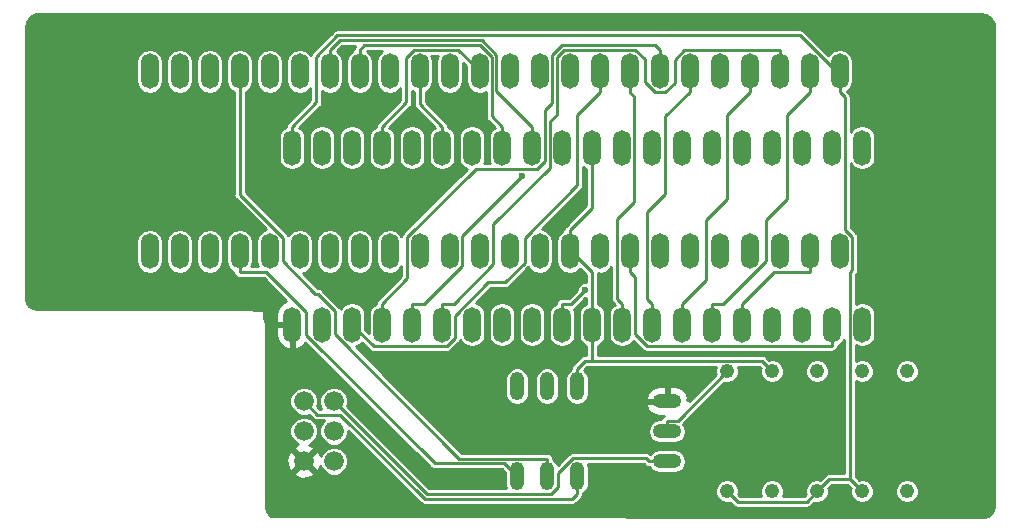
<source format=gbr>
G04 #@! TF.GenerationSoftware,KiCad,Pcbnew,(5.0.0)*
G04 #@! TF.CreationDate,2018-09-19T19:41:42-05:00*
G04 #@! TF.ProjectId,27C160_Adapter,3237433136305F416461707465722E6B,rev?*
G04 #@! TF.SameCoordinates,Original*
G04 #@! TF.FileFunction,Copper,L2,Bot,Signal*
G04 #@! TF.FilePolarity,Positive*
%FSLAX46Y46*%
G04 Gerber Fmt 4.6, Leading zero omitted, Abs format (unit mm)*
G04 Created by KiCad (PCBNEW (5.0.0)) date 09/19/18 19:41:42*
%MOMM*%
%LPD*%
G01*
G04 APERTURE LIST*
G04 #@! TA.AperFunction,ComponentPad*
%ADD10O,1.500000X3.000000*%
G04 #@! TD*
G04 #@! TA.AperFunction,ComponentPad*
%ADD11C,1.219200*%
G04 #@! TD*
G04 #@! TA.AperFunction,ComponentPad*
%ADD12O,1.219200X2.438400*%
G04 #@! TD*
G04 #@! TA.AperFunction,ComponentPad*
%ADD13C,1.676400*%
G04 #@! TD*
G04 #@! TA.AperFunction,ComponentPad*
%ADD14O,2.438400X1.219200*%
G04 #@! TD*
G04 #@! TA.AperFunction,ViaPad*
%ADD15C,0.600000*%
G04 #@! TD*
G04 #@! TA.AperFunction,Conductor*
%ADD16C,0.250000*%
G04 #@! TD*
G04 #@! TA.AperFunction,Conductor*
%ADD17C,0.254000*%
G04 #@! TD*
G04 APERTURE END LIST*
D10*
G04 #@! TO.P,U1,1*
G04 #@! TO.N,/VPP*
X130086000Y-109959000D03*
G04 #@! TO.P,U1,2*
G04 #@! TO.N,/E*
X132626000Y-109959000D03*
G04 #@! TO.P,U1,3*
G04 #@! TO.N,/D15*
X135166000Y-109959000D03*
G04 #@! TO.P,U1,4*
G04 #@! TO.N,/D14*
X137706000Y-109959000D03*
G04 #@! TO.P,U1,5*
G04 #@! TO.N,/D13*
X140246000Y-109959000D03*
G04 #@! TO.P,U1,6*
G04 #@! TO.N,/D12*
X142786000Y-109959000D03*
G04 #@! TO.P,U1,7*
G04 #@! TO.N,/D11*
X145326000Y-109959000D03*
G04 #@! TO.P,U1,8*
G04 #@! TO.N,/D10*
X147866000Y-109959000D03*
G04 #@! TO.P,U1,9*
G04 #@! TO.N,/D9*
X150406000Y-109959000D03*
G04 #@! TO.P,U1,10*
G04 #@! TO.N,/D8*
X152946000Y-109959000D03*
G04 #@! TO.P,U1,11*
G04 #@! TO.N,GND*
X155486000Y-109959000D03*
G04 #@! TO.P,U1,12*
G04 #@! TO.N,/D7*
X158026000Y-109959000D03*
G04 #@! TO.P,U1,13*
G04 #@! TO.N,/D6*
X160566000Y-109959000D03*
G04 #@! TO.P,U1,14*
G04 #@! TO.N,/D5*
X163106000Y-109959000D03*
G04 #@! TO.P,U1,15*
G04 #@! TO.N,/D4*
X165646000Y-109959000D03*
G04 #@! TO.P,U1,16*
G04 #@! TO.N,/D3*
X168186000Y-109959000D03*
G04 #@! TO.P,U1,17*
G04 #@! TO.N,/D2*
X170726000Y-109959000D03*
G04 #@! TO.P,U1,18*
G04 #@! TO.N,/D1*
X173266000Y-109959000D03*
G04 #@! TO.P,U1,19*
G04 #@! TO.N,/D0*
X175806000Y-109959000D03*
G04 #@! TO.P,U1,20*
G04 #@! TO.N,/N$5*
X178346000Y-109959000D03*
G04 #@! TO.P,U1,21*
G04 #@! TO.N,/A0*
X178346000Y-94969000D03*
G04 #@! TO.P,U1,22*
G04 #@! TO.N,/A1*
X175806000Y-94969000D03*
G04 #@! TO.P,U1,23*
G04 #@! TO.N,/A2*
X173266000Y-94969000D03*
G04 #@! TO.P,U1,24*
G04 #@! TO.N,/A3*
X170726000Y-94969000D03*
G04 #@! TO.P,U1,25*
G04 #@! TO.N,/A4*
X168186000Y-94969000D03*
G04 #@! TO.P,U1,26*
G04 #@! TO.N,/A5*
X165646000Y-94969000D03*
G04 #@! TO.P,U1,27*
G04 #@! TO.N,/A6*
X163106000Y-94969000D03*
G04 #@! TO.P,U1,28*
G04 #@! TO.N,/A7*
X160566000Y-94969000D03*
G04 #@! TO.P,U1,29*
G04 #@! TO.N,/A8*
X158026000Y-94969000D03*
G04 #@! TO.P,U1,30*
G04 #@! TO.N,GND*
X155486000Y-94969000D03*
G04 #@! TO.P,U1,31*
G04 #@! TO.N,/A9*
X152946000Y-94969000D03*
G04 #@! TO.P,U1,32*
G04 #@! TO.N,/A10*
X150406000Y-94969000D03*
G04 #@! TO.P,U1,33*
G04 #@! TO.N,/A11*
X147866000Y-94969000D03*
G04 #@! TO.P,U1,34*
G04 #@! TO.N,/A12*
X145326000Y-94969000D03*
G04 #@! TO.P,U1,35*
G04 #@! TO.N,/A13*
X142786000Y-94969000D03*
G04 #@! TO.P,U1,36*
G04 #@! TO.N,/A14*
X140246000Y-94969000D03*
G04 #@! TO.P,U1,37*
G04 #@! TO.N,/A15*
X137706000Y-94969000D03*
G04 #@! TO.P,U1,38*
G04 #@! TO.N,/A16*
X135166000Y-94969000D03*
G04 #@! TO.P,U1,39*
G04 #@! TO.N,/A17*
X132626000Y-94969000D03*
G04 #@! TO.P,U1,40*
G04 #@! TO.N,VCC*
X130086000Y-94969000D03*
G04 #@! TD*
D11*
G04 #@! TO.P,R1,1*
G04 #@! TO.N,/A20*
X182156000Y-113894000D03*
G04 #@! TO.P,R1,2*
G04 #@! TO.N,VCC*
X182156000Y-124054000D03*
G04 #@! TD*
G04 #@! TO.P,R2,1*
G04 #@! TO.N,/A19*
X178346000Y-113894000D03*
G04 #@! TO.P,R2,2*
G04 #@! TO.N,VCC*
X178346000Y-124054000D03*
G04 #@! TD*
D12*
G04 #@! TO.P,SW2,1*
G04 #@! TO.N,/A18*
X149136000Y-122784000D03*
G04 #@! TO.P,SW2,2*
G04 #@! TO.N,/A19*
X151676000Y-122784000D03*
G04 #@! TO.P,SW2,3*
G04 #@! TO.N,/A20*
X154216000Y-122784000D03*
G04 #@! TO.P,SW2,4*
G04 #@! TO.N,GND*
X154216000Y-115164000D03*
G04 #@! TO.P,SW2,6*
X149136000Y-115164000D03*
G04 #@! TO.P,SW2,5*
X151676000Y-115164000D03*
G04 #@! TD*
D11*
G04 #@! TO.P,R3,1*
G04 #@! TO.N,/A18*
X174536000Y-113894000D03*
G04 #@! TO.P,R3,2*
G04 #@! TO.N,VCC*
X174536000Y-124054000D03*
G04 #@! TD*
D13*
G04 #@! TO.P,SW1,2*
G04 #@! TO.N,/N$2*
X131086000Y-118974000D03*
G04 #@! TO.P,SW1,5*
G04 #@! TO.N,/N$6*
X133626000Y-118974000D03*
G04 #@! TO.P,SW1,1*
G04 #@! TO.N,/VPP*
X131086000Y-121514000D03*
G04 #@! TO.P,SW1,3*
G04 #@! TO.N,/A20*
X131086000Y-116434000D03*
G04 #@! TO.P,SW1,4*
G04 #@! TO.N,/N$5*
X133626000Y-121514000D03*
G04 #@! TO.P,SW1,6*
G04 #@! TO.N,/N$4*
X133626000Y-116434000D03*
G04 #@! TD*
D11*
G04 #@! TO.P,R4,1*
G04 #@! TO.N,GND*
X170726000Y-113894000D03*
G04 #@! TO.P,R4,2*
G04 #@! TO.N,/N$4*
X170726000Y-124054000D03*
G04 #@! TD*
G04 #@! TO.P,R5,1*
G04 #@! TO.N,VCC*
X166916000Y-124054000D03*
G04 #@! TO.P,R5,2*
G04 #@! TO.N,/N$1*
X166916000Y-113894000D03*
G04 #@! TD*
D14*
G04 #@! TO.P,Q1,C*
G04 #@! TO.N,/N$4*
X161836000Y-121514000D03*
G04 #@! TO.P,Q1,E*
G04 #@! TO.N,/VPP*
X161836000Y-116434000D03*
G04 #@! TO.P,Q1,B*
G04 #@! TO.N,/N$1*
X161836000Y-118974000D03*
G04 #@! TD*
D10*
G04 #@! TO.P,ZX1,1*
G04 #@! TO.N,N/C*
X118021000Y-103733600D03*
G04 #@! TO.P,ZX1,2*
X120561000Y-103733600D03*
G04 #@! TO.P,ZX1,3*
X123101000Y-103733600D03*
G04 #@! TO.P,ZX1,4*
G04 #@! TO.N,/A18*
X125641000Y-103733600D03*
G04 #@! TO.P,ZX1,5*
G04 #@! TO.N,/A17*
X128181000Y-103733600D03*
G04 #@! TO.P,ZX1,6*
G04 #@! TO.N,/A7*
X130721000Y-103733600D03*
G04 #@! TO.P,ZX1,7*
G04 #@! TO.N,/A6*
X133261000Y-103733600D03*
G04 #@! TO.P,ZX1,8*
G04 #@! TO.N,/A5*
X135801000Y-103733600D03*
G04 #@! TO.P,ZX1,9*
G04 #@! TO.N,/A4*
X138341000Y-103733600D03*
G04 #@! TO.P,ZX1,10*
G04 #@! TO.N,/A3*
X140881000Y-103733600D03*
G04 #@! TO.P,ZX1,11*
G04 #@! TO.N,/A2*
X143421000Y-103733600D03*
G04 #@! TO.P,ZX1,12*
G04 #@! TO.N,/A1*
X145961000Y-103733600D03*
G04 #@! TO.P,ZX1,13*
G04 #@! TO.N,/A0*
X148501000Y-103733600D03*
G04 #@! TO.P,ZX1,14*
G04 #@! TO.N,/E*
X151041000Y-103733600D03*
G04 #@! TO.P,ZX1,15*
G04 #@! TO.N,GND*
X153581000Y-103733600D03*
G04 #@! TO.P,ZX1,16*
G04 #@! TO.N,/N$6*
X156121000Y-103733600D03*
G04 #@! TO.P,ZX1,17*
G04 #@! TO.N,/D0*
X158661000Y-103733600D03*
G04 #@! TO.P,ZX1,18*
G04 #@! TO.N,/D8*
X161201000Y-103733600D03*
G04 #@! TO.P,ZX1,19*
G04 #@! TO.N,/D1*
X163741000Y-103733600D03*
G04 #@! TO.P,ZX1,20*
G04 #@! TO.N,/D9*
X166281000Y-103733600D03*
G04 #@! TO.P,ZX1,21*
G04 #@! TO.N,/D2*
X168821000Y-103733600D03*
G04 #@! TO.P,ZX1,22*
G04 #@! TO.N,/D10*
X171361000Y-103733600D03*
G04 #@! TO.P,ZX1,23*
G04 #@! TO.N,/D3*
X173901000Y-103733600D03*
G04 #@! TO.P,ZX1,24*
G04 #@! TO.N,/D11*
X176441000Y-103733600D03*
G04 #@! TO.P,ZX1,25*
G04 #@! TO.N,VCC*
X176441000Y-88493600D03*
G04 #@! TO.P,ZX1,26*
G04 #@! TO.N,/D4*
X173901000Y-88493600D03*
G04 #@! TO.P,ZX1,27*
G04 #@! TO.N,/D12*
X171361000Y-88493600D03*
G04 #@! TO.P,ZX1,28*
G04 #@! TO.N,/D5*
X168821000Y-88493600D03*
G04 #@! TO.P,ZX1,29*
G04 #@! TO.N,/D13*
X166281000Y-88493600D03*
G04 #@! TO.P,ZX1,30*
G04 #@! TO.N,/D6*
X163741000Y-88493600D03*
G04 #@! TO.P,ZX1,31*
G04 #@! TO.N,/D14*
X161201000Y-88493600D03*
G04 #@! TO.P,ZX1,32*
G04 #@! TO.N,/D7*
X158661000Y-88493600D03*
G04 #@! TO.P,ZX1,33*
G04 #@! TO.N,/D15*
X156121000Y-88493600D03*
G04 #@! TO.P,ZX1,34*
G04 #@! TO.N,GND*
X153581000Y-88493600D03*
G04 #@! TO.P,ZX1,35*
G04 #@! TO.N,/N$2*
X151041000Y-88493600D03*
G04 #@! TO.P,ZX1,36*
G04 #@! TO.N,/A16*
X148501000Y-88493600D03*
G04 #@! TO.P,ZX1,37*
G04 #@! TO.N,/A15*
X145961000Y-88493600D03*
G04 #@! TO.P,ZX1,38*
G04 #@! TO.N,/A14*
X143421000Y-88493600D03*
G04 #@! TO.P,ZX1,39*
G04 #@! TO.N,/A13*
X140881000Y-88493600D03*
G04 #@! TO.P,ZX1,40*
G04 #@! TO.N,/A12*
X138341000Y-88493600D03*
G04 #@! TO.P,ZX1,41*
G04 #@! TO.N,/A11*
X135801000Y-88493600D03*
G04 #@! TO.P,ZX1,42*
G04 #@! TO.N,/A10*
X133261000Y-88493600D03*
G04 #@! TO.P,ZX1,43*
G04 #@! TO.N,/A9*
X130721000Y-88493600D03*
G04 #@! TO.P,ZX1,44*
G04 #@! TO.N,/A8*
X128181000Y-88493600D03*
G04 #@! TO.P,ZX1,45*
G04 #@! TO.N,/A19*
X125641000Y-88493600D03*
G04 #@! TO.P,ZX1,46*
G04 #@! TO.N,N/C*
X123101000Y-88493600D03*
G04 #@! TO.P,ZX1,47*
X120561000Y-88493600D03*
G04 #@! TO.P,ZX1,48*
X118021000Y-88493600D03*
G04 #@! TD*
D15*
G04 #@! TO.N,/D13*
X149544900Y-97372200D03*
G04 #@! TO.N,/D8*
X154896900Y-107025300D03*
G04 #@! TD*
D16*
G04 #@! TO.N,GND*
X155486000Y-109959000D02*
X155486000Y-108181300D01*
X155486000Y-108181300D02*
X155486000Y-105524400D01*
X155486000Y-105524400D02*
X153581000Y-103619400D01*
X153581000Y-103422900D02*
X153581000Y-101955900D01*
X153581000Y-103733600D02*
X153581000Y-103619400D01*
X153581000Y-103422900D02*
X153581000Y-103619400D01*
X155486000Y-94969000D02*
X155486000Y-100050900D01*
X155486000Y-100050900D02*
X153581000Y-101955900D01*
X155486000Y-113002100D02*
X169834100Y-113002100D01*
X169834100Y-113002100D02*
X170726000Y-113894000D01*
X154216000Y-113667100D02*
X154881000Y-113002100D01*
X154881000Y-113002100D02*
X155486000Y-113002100D01*
X155486000Y-113002100D02*
X155486000Y-109959000D01*
X154216000Y-115164000D02*
X154216000Y-113667100D01*
G04 #@! TO.N,VCC*
X130086000Y-94969000D02*
X130086000Y-93191300D01*
X176441000Y-88804300D02*
X173100000Y-85463300D01*
X173100000Y-85463300D02*
X133924300Y-85463300D01*
X133924300Y-85463300D02*
X132133500Y-87254100D01*
X132133500Y-87254100D02*
X132133500Y-91143800D01*
X132133500Y-91143800D02*
X130086000Y-93191300D01*
X176441000Y-88804300D02*
X176441000Y-90271300D01*
X176441000Y-88493600D02*
X176441000Y-88804300D01*
X174536000Y-124054000D02*
X173644600Y-124945400D01*
X173644600Y-124945400D02*
X167807400Y-124945400D01*
X167807400Y-124945400D02*
X166916000Y-124054000D01*
X177308700Y-123016700D02*
X178346000Y-124054000D01*
X174536000Y-124054000D02*
X175573300Y-123016700D01*
X175573300Y-123016700D02*
X177308700Y-123016700D01*
X176441000Y-90271300D02*
X176867000Y-90697300D01*
X176867000Y-90697300D02*
X176867000Y-101903200D01*
X176867000Y-101903200D02*
X177515600Y-102551800D01*
X177515600Y-102551800D02*
X177515600Y-105314000D01*
X177515600Y-105314000D02*
X177308700Y-105520900D01*
X177308700Y-105520900D02*
X177308700Y-123016700D01*
G04 #@! TO.N,/N$4*
X160339100Y-121514000D02*
X160062900Y-121237800D01*
X160062900Y-121237800D02*
X153883400Y-121237800D01*
X153883400Y-121237800D02*
X152629700Y-122491500D01*
X152629700Y-122491500D02*
X152629700Y-123698000D01*
X152629700Y-123698000D02*
X152045100Y-124282600D01*
X152045100Y-124282600D02*
X141474600Y-124282600D01*
X141474600Y-124282600D02*
X133626000Y-116434000D01*
X161836000Y-121514000D02*
X160339100Y-121514000D01*
G04 #@! TO.N,/N$1*
X161836000Y-118974000D02*
X161836000Y-118086700D01*
X161836000Y-118086700D02*
X162723300Y-118086700D01*
X162723300Y-118086700D02*
X166916000Y-113894000D01*
G04 #@! TO.N,/A20*
X154216000Y-122784000D02*
X154216000Y-124280900D01*
X131086000Y-116434000D02*
X132213500Y-117561500D01*
X132213500Y-117561500D02*
X134183800Y-117561500D01*
X134183800Y-117561500D02*
X141346000Y-124723700D01*
X141346000Y-124723700D02*
X153773200Y-124723700D01*
X153773200Y-124723700D02*
X154216000Y-124280900D01*
G04 #@! TO.N,/A19*
X151676000Y-122784000D02*
X151676000Y-121287100D01*
X125641000Y-88493600D02*
X125641000Y-98942200D01*
X125641000Y-98942200D02*
X129308500Y-102609700D01*
X129308500Y-102609700D02*
X129308500Y-104602100D01*
X129308500Y-104602100D02*
X132036900Y-107330500D01*
X132036900Y-107330500D02*
X132269400Y-107330500D01*
X132269400Y-107330500D02*
X133753500Y-108814600D01*
X133753500Y-108814600D02*
X133753500Y-110786900D01*
X133753500Y-110786900D02*
X144253700Y-121287100D01*
X144253700Y-121287100D02*
X151676000Y-121287100D01*
G04 #@! TO.N,/A18*
X125641000Y-103733600D02*
X125641000Y-105511300D01*
X125641000Y-105511300D02*
X127896200Y-105511300D01*
X127896200Y-105511300D02*
X131285500Y-108900600D01*
X131285500Y-108900600D02*
X131285500Y-110827800D01*
X131285500Y-110827800D02*
X142147500Y-121689800D01*
X142147500Y-121689800D02*
X148041900Y-121689800D01*
X148041900Y-121689800D02*
X148041900Y-121689900D01*
X148041900Y-121689900D02*
X149136000Y-122784000D01*
G04 #@! TO.N,/D15*
X156121000Y-88493600D02*
X156121000Y-90271300D01*
X156121000Y-90271300D02*
X154216000Y-92176300D01*
X154216000Y-92176300D02*
X154216000Y-98156000D01*
X154216000Y-98156000D02*
X149771000Y-102601000D01*
X149771000Y-102601000D02*
X149771000Y-104695800D01*
X149771000Y-104695800D02*
X148107500Y-106359300D01*
X148107500Y-106359300D02*
X146699100Y-106359300D01*
X146699100Y-106359300D02*
X143844200Y-109214200D01*
X143844200Y-109214200D02*
X143844200Y-111106200D01*
X143844200Y-111106200D02*
X143174600Y-111775800D01*
X143174600Y-111775800D02*
X136982800Y-111775800D01*
X136982800Y-111775800D02*
X135166000Y-109959000D01*
G04 #@! TO.N,/D14*
X161201000Y-86715900D02*
X160779400Y-86294300D01*
X160779400Y-86294300D02*
X152927800Y-86294300D01*
X152927800Y-86294300D02*
X152109700Y-87112400D01*
X152109700Y-87112400D02*
X152109700Y-91185500D01*
X152109700Y-91185500D02*
X151494300Y-91800900D01*
X151494300Y-91800900D02*
X151494300Y-96099600D01*
X151494300Y-96099600D02*
X150847100Y-96746800D01*
X150847100Y-96746800D02*
X145627900Y-96746800D01*
X145627900Y-96746800D02*
X139843200Y-102531500D01*
X139843200Y-102531500D02*
X139843200Y-106044100D01*
X139843200Y-106044100D02*
X137706000Y-108181300D01*
X137706000Y-109959000D02*
X137706000Y-108181300D01*
X161201000Y-88493600D02*
X161201000Y-86715900D01*
G04 #@! TO.N,/D13*
X140246000Y-108181300D02*
X141232100Y-108181300D01*
X141232100Y-108181300D02*
X144458200Y-104955200D01*
X144458200Y-104955200D02*
X144458200Y-102458900D01*
X144458200Y-102458900D02*
X149544900Y-97372200D01*
X140246000Y-109959000D02*
X140246000Y-108181300D01*
G04 #@! TO.N,/D12*
X142786000Y-109959000D02*
X142786000Y-108181300D01*
X171361000Y-88493600D02*
X171361000Y-86715900D01*
X171361000Y-86715900D02*
X163263100Y-86715900D01*
X163263100Y-86715900D02*
X162471000Y-87508000D01*
X162471000Y-87508000D02*
X162471000Y-89492100D01*
X162471000Y-89492100D02*
X161681600Y-90281500D01*
X161681600Y-90281500D02*
X160783200Y-90281500D01*
X160783200Y-90281500D02*
X159931000Y-89429300D01*
X159931000Y-89429300D02*
X159931000Y-87501900D01*
X159931000Y-87501900D02*
X159130500Y-86701400D01*
X159130500Y-86701400D02*
X153115700Y-86701400D01*
X153115700Y-86701400D02*
X152532900Y-87284200D01*
X152532900Y-87284200D02*
X152532900Y-92146300D01*
X152532900Y-92146300D02*
X151907800Y-92771400D01*
X151907800Y-92771400D02*
X151907800Y-96649600D01*
X151907800Y-96649600D02*
X147088500Y-101468900D01*
X147088500Y-101468900D02*
X147088500Y-104858000D01*
X147088500Y-104858000D02*
X143765200Y-108181300D01*
X143765200Y-108181300D02*
X142786000Y-108181300D01*
G04 #@! TO.N,/D8*
X152946000Y-109959000D02*
X152946000Y-108181300D01*
X154896900Y-107025300D02*
X153740900Y-108181300D01*
X153740900Y-108181300D02*
X152946000Y-108181300D01*
G04 #@! TO.N,/D7*
X158026000Y-109959000D02*
X158026000Y-108181300D01*
X158661000Y-88493600D02*
X158661000Y-90271300D01*
X158661000Y-90271300D02*
X159057900Y-90668200D01*
X159057900Y-90668200D02*
X159057900Y-99591800D01*
X159057900Y-99591800D02*
X157602600Y-101047100D01*
X157602600Y-101047100D02*
X157602600Y-107757900D01*
X157602600Y-107757900D02*
X158026000Y-108181300D01*
G04 #@! TO.N,/D6*
X160566000Y-109959000D02*
X160566000Y-108181300D01*
X163741000Y-88493600D02*
X163741000Y-90271300D01*
X163741000Y-90271300D02*
X161693500Y-92318800D01*
X161693500Y-92318800D02*
X161693500Y-98877000D01*
X161693500Y-98877000D02*
X160169100Y-100401400D01*
X160169100Y-100401400D02*
X160169100Y-107784400D01*
X160169100Y-107784400D02*
X160566000Y-108181300D01*
G04 #@! TO.N,/D5*
X163106000Y-109959000D02*
X163106000Y-108181300D01*
X168821000Y-88493600D02*
X168821000Y-90271300D01*
X168821000Y-90271300D02*
X166916000Y-92176300D01*
X166916000Y-92176300D02*
X166916000Y-99353700D01*
X166916000Y-99353700D02*
X165153500Y-101116200D01*
X165153500Y-101116200D02*
X165153500Y-106133800D01*
X165153500Y-106133800D02*
X163106000Y-108181300D01*
G04 #@! TO.N,/D4*
X173901000Y-90271300D02*
X171996000Y-92176300D01*
X171996000Y-92176300D02*
X171996000Y-99353700D01*
X171996000Y-99353700D02*
X170233500Y-101116200D01*
X170233500Y-101116200D02*
X170233500Y-104541300D01*
X170233500Y-104541300D02*
X166593500Y-108181300D01*
X166593500Y-108181300D02*
X165646000Y-108181300D01*
X165646000Y-109959000D02*
X165646000Y-108181300D01*
X173901000Y-88493600D02*
X173901000Y-90271300D01*
G04 #@! TO.N,/D3*
X168186000Y-109959000D02*
X168186000Y-108181300D01*
X173901000Y-103733600D02*
X173901000Y-105511300D01*
X173901000Y-105511300D02*
X170856000Y-105511300D01*
X170856000Y-105511300D02*
X168186000Y-108181300D01*
G04 #@! TO.N,/D0*
X175806000Y-109959000D02*
X175806000Y-111736700D01*
X158661000Y-103733600D02*
X158661000Y-105511300D01*
X158661000Y-105511300D02*
X159087000Y-105937300D01*
X159087000Y-105937300D02*
X159087000Y-110721900D01*
X159087000Y-110721900D02*
X160101800Y-111736700D01*
X160101800Y-111736700D02*
X175806000Y-111736700D01*
G04 #@! TO.N,/A10*
X150406000Y-94969000D02*
X150406000Y-93191300D01*
X133261000Y-88493600D02*
X133261000Y-86715900D01*
X133261000Y-86715900D02*
X134105100Y-85871800D01*
X134105100Y-85871800D02*
X146167900Y-85871800D01*
X146167900Y-85871800D02*
X147391500Y-87095400D01*
X147391500Y-87095400D02*
X147391500Y-90176800D01*
X147391500Y-90176800D02*
X150406000Y-93191300D01*
G04 #@! TO.N,/A11*
X147866000Y-94969000D02*
X147866000Y-93191300D01*
X135801000Y-88493600D02*
X135801000Y-86715900D01*
X135801000Y-86715900D02*
X136210600Y-86306300D01*
X136210600Y-86306300D02*
X146013100Y-86306300D01*
X146013100Y-86306300D02*
X146988700Y-87281900D01*
X146988700Y-87281900D02*
X146988700Y-92314000D01*
X146988700Y-92314000D02*
X147866000Y-93191300D01*
G04 #@! TO.N,/A13*
X142786000Y-94969000D02*
X142786000Y-93191300D01*
X140881000Y-88493600D02*
X140881000Y-91286300D01*
X140881000Y-91286300D02*
X142786000Y-93191300D01*
G04 #@! TO.N,/A15*
X137706000Y-94969000D02*
X137706000Y-93191300D01*
X145961000Y-88493600D02*
X144176500Y-86709100D01*
X144176500Y-86709100D02*
X140400900Y-86709100D01*
X140400900Y-86709100D02*
X139753500Y-87356500D01*
X139753500Y-87356500D02*
X139753500Y-91143800D01*
X139753500Y-91143800D02*
X137706000Y-93191300D01*
G04 #@! TD*
D17*
G04 #@! TO.N,/VPP*
G36*
X188823390Y-83732572D02*
X189135916Y-83913011D01*
X189367879Y-84189453D01*
X189494780Y-84538109D01*
X189510600Y-84718932D01*
X189510601Y-125327999D01*
X189445564Y-125677205D01*
X189270384Y-125961401D01*
X189004639Y-126163477D01*
X188787341Y-126226403D01*
X128332668Y-126127366D01*
X128165599Y-126024384D01*
X127963523Y-125758639D01*
X127866284Y-125422850D01*
X127862400Y-125343433D01*
X127862400Y-122549413D01*
X130230192Y-122549413D01*
X130309017Y-122799490D01*
X130860097Y-122998977D01*
X131445569Y-122972389D01*
X131862983Y-122799490D01*
X131941808Y-122549413D01*
X131086000Y-121693605D01*
X130230192Y-122549413D01*
X127862400Y-122549413D01*
X127862400Y-121288097D01*
X129601023Y-121288097D01*
X129627611Y-121873569D01*
X129800510Y-122290983D01*
X130050587Y-122369808D01*
X130906395Y-121514000D01*
X131265605Y-121514000D01*
X132121413Y-122369808D01*
X132371490Y-122290983D01*
X132491202Y-121960280D01*
X132592412Y-122204622D01*
X132935378Y-122547588D01*
X133383486Y-122733200D01*
X133868514Y-122733200D01*
X134316622Y-122547588D01*
X134659588Y-122204622D01*
X134845200Y-121756514D01*
X134845200Y-121271486D01*
X134659588Y-120823378D01*
X134316622Y-120480412D01*
X133868514Y-120294800D01*
X133383486Y-120294800D01*
X132935378Y-120480412D01*
X132592412Y-120823378D01*
X132499837Y-121046874D01*
X132371490Y-120737017D01*
X132121413Y-120658192D01*
X131265605Y-121514000D01*
X130906395Y-121514000D01*
X130050587Y-120658192D01*
X129800510Y-120737017D01*
X129601023Y-121288097D01*
X127862400Y-121288097D01*
X127862400Y-118731486D01*
X129866800Y-118731486D01*
X129866800Y-119216514D01*
X130052412Y-119664622D01*
X130395378Y-120007588D01*
X130618874Y-120100163D01*
X130309017Y-120228510D01*
X130230192Y-120478587D01*
X131086000Y-121334395D01*
X131941808Y-120478587D01*
X131862983Y-120228510D01*
X131532280Y-120108798D01*
X131776622Y-120007588D01*
X132119588Y-119664622D01*
X132305200Y-119216514D01*
X132305200Y-118731486D01*
X132119588Y-118283378D01*
X131776622Y-117940412D01*
X131328514Y-117754800D01*
X130843486Y-117754800D01*
X130395378Y-117940412D01*
X130052412Y-118283378D01*
X129866800Y-118731486D01*
X127862400Y-118731486D01*
X127862400Y-110086000D01*
X128701000Y-110086000D01*
X128701000Y-110836000D01*
X128855028Y-111356349D01*
X129196460Y-111778145D01*
X129673316Y-112037173D01*
X129744815Y-112051318D01*
X129959000Y-111928656D01*
X129959000Y-110086000D01*
X128701000Y-110086000D01*
X127862400Y-110086000D01*
X127862400Y-109959603D01*
X127861309Y-109954116D01*
X127856674Y-109859355D01*
X127855675Y-109855146D01*
X127856097Y-109850842D01*
X127847971Y-109807211D01*
X127731549Y-109405176D01*
X127722691Y-109387564D01*
X127717422Y-109368564D01*
X127694134Y-109330784D01*
X127673141Y-109303176D01*
X127670558Y-108861118D01*
X127660607Y-108812575D01*
X127632836Y-108771534D01*
X127591475Y-108744245D01*
X127543877Y-108734860D01*
X127041536Y-108733605D01*
X127022799Y-108722055D01*
X127004403Y-108714956D01*
X126987740Y-108704423D01*
X126945115Y-108692079D01*
X126945112Y-108692078D01*
X126945111Y-108692078D01*
X126534999Y-108615698D01*
X126514397Y-108611600D01*
X108478995Y-108611600D01*
X108129795Y-108546564D01*
X107845599Y-108371384D01*
X107643523Y-108105639D01*
X107546284Y-107769850D01*
X107542400Y-107690433D01*
X107542400Y-102872210D01*
X116890000Y-102872210D01*
X116890000Y-104594991D01*
X116955623Y-104924894D01*
X117205596Y-105299005D01*
X117579707Y-105548978D01*
X118021000Y-105636757D01*
X118462294Y-105548978D01*
X118836405Y-105299005D01*
X119086378Y-104924894D01*
X119152000Y-104594991D01*
X119152000Y-102872210D01*
X119430000Y-102872210D01*
X119430000Y-104594991D01*
X119495623Y-104924894D01*
X119745596Y-105299005D01*
X120119707Y-105548978D01*
X120561000Y-105636757D01*
X121002294Y-105548978D01*
X121376405Y-105299005D01*
X121626378Y-104924894D01*
X121692000Y-104594991D01*
X121692000Y-102872210D01*
X121970000Y-102872210D01*
X121970000Y-104594991D01*
X122035623Y-104924894D01*
X122285596Y-105299005D01*
X122659707Y-105548978D01*
X123101000Y-105636757D01*
X123542294Y-105548978D01*
X123916405Y-105299005D01*
X124166378Y-104924894D01*
X124232000Y-104594991D01*
X124232000Y-102872209D01*
X124166378Y-102542306D01*
X123916405Y-102168195D01*
X123542293Y-101918222D01*
X123101000Y-101830443D01*
X122659706Y-101918222D01*
X122285595Y-102168195D01*
X122035622Y-102542307D01*
X121970000Y-102872210D01*
X121692000Y-102872210D01*
X121692000Y-102872209D01*
X121626378Y-102542306D01*
X121376405Y-102168195D01*
X121002293Y-101918222D01*
X120561000Y-101830443D01*
X120119706Y-101918222D01*
X119745595Y-102168195D01*
X119495622Y-102542307D01*
X119430000Y-102872210D01*
X119152000Y-102872210D01*
X119152000Y-102872209D01*
X119086378Y-102542306D01*
X118836405Y-102168195D01*
X118462293Y-101918222D01*
X118021000Y-101830443D01*
X117579706Y-101918222D01*
X117205595Y-102168195D01*
X116955622Y-102542307D01*
X116890000Y-102872210D01*
X107542400Y-102872210D01*
X107542400Y-87632210D01*
X116890000Y-87632210D01*
X116890000Y-89354991D01*
X116955623Y-89684894D01*
X117205596Y-90059005D01*
X117579707Y-90308978D01*
X118021000Y-90396757D01*
X118462294Y-90308978D01*
X118836405Y-90059005D01*
X119086378Y-89684894D01*
X119152000Y-89354991D01*
X119152000Y-87632210D01*
X119430000Y-87632210D01*
X119430000Y-89354991D01*
X119495623Y-89684894D01*
X119745596Y-90059005D01*
X120119707Y-90308978D01*
X120561000Y-90396757D01*
X121002294Y-90308978D01*
X121376405Y-90059005D01*
X121626378Y-89684894D01*
X121692000Y-89354991D01*
X121692000Y-87632210D01*
X121970000Y-87632210D01*
X121970000Y-89354991D01*
X122035623Y-89684894D01*
X122285596Y-90059005D01*
X122659707Y-90308978D01*
X123101000Y-90396757D01*
X123542294Y-90308978D01*
X123916405Y-90059005D01*
X124166378Y-89684894D01*
X124232000Y-89354991D01*
X124232000Y-87632210D01*
X124510000Y-87632210D01*
X124510000Y-89354991D01*
X124575623Y-89684894D01*
X124825596Y-90059005D01*
X125135000Y-90265742D01*
X125135001Y-98892361D01*
X125125087Y-98942200D01*
X125151391Y-99074432D01*
X125164360Y-99139631D01*
X125276195Y-99307006D01*
X125318446Y-99335237D01*
X127874598Y-101891390D01*
X127739706Y-101918222D01*
X127365595Y-102168195D01*
X127115622Y-102542307D01*
X127050000Y-102872210D01*
X127050000Y-104594991D01*
X127115623Y-104924894D01*
X127169349Y-105005300D01*
X126652652Y-105005300D01*
X126706378Y-104924894D01*
X126772000Y-104594991D01*
X126772000Y-102872209D01*
X126706378Y-102542306D01*
X126456405Y-102168195D01*
X126082293Y-101918222D01*
X125641000Y-101830443D01*
X125199706Y-101918222D01*
X124825595Y-102168195D01*
X124575622Y-102542307D01*
X124510000Y-102872210D01*
X124510000Y-104594991D01*
X124575623Y-104924894D01*
X124825596Y-105299005D01*
X125127226Y-105500548D01*
X125125087Y-105511300D01*
X125164359Y-105708731D01*
X125276194Y-105876106D01*
X125443569Y-105987941D01*
X125591165Y-106017300D01*
X125641000Y-106027213D01*
X125690835Y-106017300D01*
X127686609Y-106017300D01*
X129593494Y-107924186D01*
X129196460Y-108139855D01*
X128855028Y-108561651D01*
X128701000Y-109082000D01*
X128701000Y-109832000D01*
X129959000Y-109832000D01*
X129959000Y-109812000D01*
X130213000Y-109812000D01*
X130213000Y-109832000D01*
X130233000Y-109832000D01*
X130233000Y-110086000D01*
X130213000Y-110086000D01*
X130213000Y-111928656D01*
X130427185Y-112051318D01*
X130498684Y-112037173D01*
X130975540Y-111778145D01*
X131219219Y-111477110D01*
X141754463Y-122012355D01*
X141782694Y-122054606D01*
X141890583Y-122126694D01*
X141950068Y-122166441D01*
X142147500Y-122205713D01*
X142197335Y-122195800D01*
X147832209Y-122195800D01*
X148145400Y-122508992D01*
X148145401Y-123491166D01*
X148202177Y-123776600D01*
X141684193Y-123776600D01*
X134768727Y-116861136D01*
X134845200Y-116676514D01*
X134845200Y-116191486D01*
X134659588Y-115743378D01*
X134316622Y-115400412D01*
X133868514Y-115214800D01*
X133383486Y-115214800D01*
X132935378Y-115400412D01*
X132592412Y-115743378D01*
X132406800Y-116191486D01*
X132406800Y-116676514D01*
X132563781Y-117055500D01*
X132423092Y-117055500D01*
X132228727Y-116861136D01*
X132305200Y-116676514D01*
X132305200Y-116191486D01*
X132119588Y-115743378D01*
X131776622Y-115400412D01*
X131328514Y-115214800D01*
X130843486Y-115214800D01*
X130395378Y-115400412D01*
X130052412Y-115743378D01*
X129866800Y-116191486D01*
X129866800Y-116676514D01*
X130052412Y-117124622D01*
X130395378Y-117467588D01*
X130843486Y-117653200D01*
X131328514Y-117653200D01*
X131513136Y-117576727D01*
X131820463Y-117884055D01*
X131848694Y-117926306D01*
X131961281Y-118001533D01*
X132016068Y-118038141D01*
X132213500Y-118077413D01*
X132263335Y-118067500D01*
X132808290Y-118067500D01*
X132592412Y-118283378D01*
X132406800Y-118731486D01*
X132406800Y-119216514D01*
X132592412Y-119664622D01*
X132935378Y-120007588D01*
X133383486Y-120193200D01*
X133868514Y-120193200D01*
X134316622Y-120007588D01*
X134659588Y-119664622D01*
X134845200Y-119216514D01*
X134845200Y-118938491D01*
X140952963Y-125046255D01*
X140981194Y-125088506D01*
X141148569Y-125200341D01*
X141296165Y-125229700D01*
X141345999Y-125239613D01*
X141395833Y-125229700D01*
X153723366Y-125229700D01*
X153773200Y-125239613D01*
X153823034Y-125229700D01*
X153823035Y-125229700D01*
X153970631Y-125200341D01*
X154138006Y-125088506D01*
X154166238Y-125046253D01*
X154538555Y-124673937D01*
X154580806Y-124645706D01*
X154660611Y-124526268D01*
X154692641Y-124478332D01*
X154731913Y-124280900D01*
X154724778Y-124245030D01*
X154930183Y-124107783D01*
X155149125Y-123780113D01*
X155206600Y-123491166D01*
X155206600Y-122076834D01*
X155149125Y-121787887D01*
X155119667Y-121743800D01*
X159853309Y-121743800D01*
X159946061Y-121836552D01*
X159974294Y-121878806D01*
X160103565Y-121965181D01*
X160141668Y-121990641D01*
X160339100Y-122029913D01*
X160374970Y-122022778D01*
X160512217Y-122228183D01*
X160839887Y-122447125D01*
X161128834Y-122504600D01*
X162543166Y-122504600D01*
X162832113Y-122447125D01*
X163159783Y-122228183D01*
X163378725Y-121900513D01*
X163455607Y-121514000D01*
X163378725Y-121127487D01*
X163159783Y-120799817D01*
X162832113Y-120580875D01*
X162543166Y-120523400D01*
X161128834Y-120523400D01*
X160839887Y-120580875D01*
X160512217Y-120799817D01*
X160445514Y-120899646D01*
X160427706Y-120872994D01*
X160260331Y-120761159D01*
X160112735Y-120731800D01*
X160112734Y-120731800D01*
X160062900Y-120721887D01*
X160013066Y-120731800D01*
X153933235Y-120731800D01*
X153883400Y-120721887D01*
X153685969Y-120761159D01*
X153592851Y-120823378D01*
X153518594Y-120872994D01*
X153490365Y-120915242D01*
X152610551Y-121795057D01*
X152609125Y-121787887D01*
X152390183Y-121460217D01*
X152184778Y-121322970D01*
X152191913Y-121287100D01*
X152152641Y-121089669D01*
X152040806Y-120922294D01*
X151873431Y-120810459D01*
X151725835Y-120781100D01*
X151676000Y-120771187D01*
X151626165Y-120781100D01*
X144463292Y-120781100D01*
X138139027Y-114456835D01*
X148145400Y-114456835D01*
X148145401Y-115871166D01*
X148202876Y-116160113D01*
X148421818Y-116487783D01*
X148749488Y-116706725D01*
X149136000Y-116783607D01*
X149522513Y-116706725D01*
X149850183Y-116487783D01*
X150069125Y-116160113D01*
X150126600Y-115871166D01*
X150126600Y-114456835D01*
X150685400Y-114456835D01*
X150685401Y-115871166D01*
X150742876Y-116160113D01*
X150961818Y-116487783D01*
X151289488Y-116706725D01*
X151676000Y-116783607D01*
X152062513Y-116706725D01*
X152390183Y-116487783D01*
X152609125Y-116160113D01*
X152666600Y-115871166D01*
X152666600Y-114456834D01*
X152609125Y-114167887D01*
X152390183Y-113840217D01*
X152062512Y-113621275D01*
X151676000Y-113544393D01*
X151289487Y-113621275D01*
X150961817Y-113840217D01*
X150742875Y-114167888D01*
X150685400Y-114456835D01*
X150126600Y-114456835D01*
X150126600Y-114456834D01*
X150069125Y-114167887D01*
X149850183Y-113840217D01*
X149522512Y-113621275D01*
X149136000Y-113544393D01*
X148749487Y-113621275D01*
X148421817Y-113840217D01*
X148202875Y-114167888D01*
X148145400Y-114456835D01*
X138139027Y-114456835D01*
X135481576Y-111799385D01*
X135607294Y-111774378D01*
X135981405Y-111524405D01*
X135995187Y-111503779D01*
X136589763Y-112098355D01*
X136617994Y-112140606D01*
X136785369Y-112252441D01*
X136932965Y-112281800D01*
X136982799Y-112291713D01*
X137032633Y-112281800D01*
X143124766Y-112281800D01*
X143174600Y-112291713D01*
X143224434Y-112281800D01*
X143224435Y-112281800D01*
X143372031Y-112252441D01*
X143539406Y-112140606D01*
X143567638Y-112098353D01*
X144166755Y-111499237D01*
X144209006Y-111471006D01*
X144320841Y-111303631D01*
X144330531Y-111254918D01*
X144510596Y-111524405D01*
X144884707Y-111774378D01*
X145326000Y-111862157D01*
X145767294Y-111774378D01*
X146141405Y-111524405D01*
X146391378Y-111150294D01*
X146457000Y-110820391D01*
X146457000Y-109097610D01*
X146735000Y-109097610D01*
X146735000Y-110820391D01*
X146800623Y-111150294D01*
X147050596Y-111524405D01*
X147424707Y-111774378D01*
X147866000Y-111862157D01*
X148307294Y-111774378D01*
X148681405Y-111524405D01*
X148931378Y-111150294D01*
X148997000Y-110820391D01*
X148997000Y-109097610D01*
X149275000Y-109097610D01*
X149275000Y-110820391D01*
X149340623Y-111150294D01*
X149590596Y-111524405D01*
X149964707Y-111774378D01*
X150406000Y-111862157D01*
X150847294Y-111774378D01*
X151221405Y-111524405D01*
X151471378Y-111150294D01*
X151537000Y-110820391D01*
X151537000Y-109097609D01*
X151471378Y-108767706D01*
X151221405Y-108393595D01*
X150847293Y-108143622D01*
X150406000Y-108055843D01*
X149964706Y-108143622D01*
X149590595Y-108393595D01*
X149340622Y-108767707D01*
X149275000Y-109097610D01*
X148997000Y-109097610D01*
X148997000Y-109097609D01*
X148931378Y-108767706D01*
X148681405Y-108393595D01*
X148307293Y-108143622D01*
X147866000Y-108055843D01*
X147424706Y-108143622D01*
X147050595Y-108393595D01*
X146800622Y-108767707D01*
X146735000Y-109097610D01*
X146457000Y-109097610D01*
X146457000Y-109097609D01*
X146391378Y-108767706D01*
X146141405Y-108393595D01*
X145767293Y-108143622D01*
X145653087Y-108120905D01*
X146908692Y-106865300D01*
X148057666Y-106865300D01*
X148107500Y-106875213D01*
X148157334Y-106865300D01*
X148157335Y-106865300D01*
X148304931Y-106835941D01*
X148472306Y-106724106D01*
X148500539Y-106681853D01*
X150088526Y-105093866D01*
X150225596Y-105299005D01*
X150599707Y-105548978D01*
X151041000Y-105636757D01*
X151482294Y-105548978D01*
X151856405Y-105299005D01*
X152106378Y-104924894D01*
X152172000Y-104594991D01*
X152172000Y-102872209D01*
X152106378Y-102542306D01*
X151856405Y-102168195D01*
X151482293Y-101918222D01*
X151221287Y-101866304D01*
X154538555Y-98549037D01*
X154580806Y-98520806D01*
X154692641Y-98353431D01*
X154722000Y-98205835D01*
X154731913Y-98156001D01*
X154722000Y-98106167D01*
X154722000Y-96568753D01*
X154980000Y-96741143D01*
X154980001Y-99841307D01*
X153258445Y-101562863D01*
X153216195Y-101591094D01*
X153165924Y-101666331D01*
X153104360Y-101758469D01*
X153065087Y-101955900D01*
X153067226Y-101966652D01*
X152765595Y-102168195D01*
X152515622Y-102542307D01*
X152450000Y-102872210D01*
X152450000Y-104594991D01*
X152515623Y-104924894D01*
X152765596Y-105299005D01*
X153139707Y-105548978D01*
X153581000Y-105636757D01*
X154022294Y-105548978D01*
X154396405Y-105299005D01*
X154455929Y-105209921D01*
X154980001Y-105733993D01*
X154980001Y-106344300D01*
X154761441Y-106344300D01*
X154511144Y-106447976D01*
X154319576Y-106639544D01*
X154215900Y-106889841D01*
X154215900Y-106990708D01*
X153531309Y-107675300D01*
X152995835Y-107675300D01*
X152946000Y-107665387D01*
X152896165Y-107675300D01*
X152748569Y-107704659D01*
X152581194Y-107816494D01*
X152469359Y-107983869D01*
X152430087Y-108181300D01*
X152432226Y-108192052D01*
X152130595Y-108393595D01*
X151880622Y-108767707D01*
X151815000Y-109097610D01*
X151815000Y-110820391D01*
X151880623Y-111150294D01*
X152130596Y-111524405D01*
X152504707Y-111774378D01*
X152946000Y-111862157D01*
X153387294Y-111774378D01*
X153761405Y-111524405D01*
X154011378Y-111150294D01*
X154077000Y-110820391D01*
X154077000Y-109097609D01*
X154011378Y-108767706D01*
X153938070Y-108657993D01*
X153938331Y-108657941D01*
X154105706Y-108546106D01*
X154133938Y-108503853D01*
X154931492Y-107706300D01*
X154980000Y-107706300D01*
X154980000Y-108186857D01*
X154670595Y-108393595D01*
X154420622Y-108767707D01*
X154355000Y-109097610D01*
X154355000Y-110820391D01*
X154420623Y-111150294D01*
X154670596Y-111524405D01*
X154980000Y-111731142D01*
X154980000Y-112496100D01*
X154930833Y-112496100D01*
X154880999Y-112486187D01*
X154831165Y-112496100D01*
X154683569Y-112525459D01*
X154516194Y-112637294D01*
X154487963Y-112679545D01*
X153893445Y-113274064D01*
X153851195Y-113302294D01*
X153739360Y-113469669D01*
X153700087Y-113667100D01*
X153707222Y-113702970D01*
X153501817Y-113840217D01*
X153282875Y-114167888D01*
X153225400Y-114456835D01*
X153225401Y-115871166D01*
X153282876Y-116160113D01*
X153501818Y-116487783D01*
X153829488Y-116706725D01*
X154216000Y-116783607D01*
X154602513Y-116706725D01*
X154930183Y-116487783D01*
X155149125Y-116160113D01*
X155158121Y-116114882D01*
X160023407Y-116114882D01*
X160148002Y-116307000D01*
X161709000Y-116307000D01*
X161709000Y-115189400D01*
X161099400Y-115189400D01*
X160632779Y-115332740D01*
X160256532Y-115643737D01*
X160027938Y-116075045D01*
X160023407Y-116114882D01*
X155158121Y-116114882D01*
X155206600Y-115871166D01*
X155206600Y-114456834D01*
X155149125Y-114167887D01*
X154930183Y-113840217D01*
X154827251Y-113771440D01*
X155090592Y-113508100D01*
X155436165Y-113508100D01*
X155486000Y-113518013D01*
X155535835Y-113508100D01*
X166003627Y-113508100D01*
X165925400Y-113696957D01*
X165925400Y-114091043D01*
X165948235Y-114146173D01*
X163690200Y-116404209D01*
X163690200Y-116306998D01*
X163523999Y-116306998D01*
X163648593Y-116114882D01*
X163644062Y-116075045D01*
X163415468Y-115643737D01*
X163039221Y-115332740D01*
X162572600Y-115189400D01*
X161963000Y-115189400D01*
X161963000Y-116307000D01*
X161983000Y-116307000D01*
X161983000Y-116561000D01*
X161963000Y-116561000D01*
X161963000Y-116581000D01*
X161709000Y-116581000D01*
X161709000Y-116561000D01*
X160148002Y-116561000D01*
X160023407Y-116753118D01*
X160027938Y-116792955D01*
X160256532Y-117224263D01*
X160632779Y-117535260D01*
X161099400Y-117678600D01*
X161535989Y-117678600D01*
X161471194Y-117721894D01*
X161359359Y-117889269D01*
X161340635Y-117983400D01*
X161128834Y-117983400D01*
X160839887Y-118040875D01*
X160512217Y-118259817D01*
X160293275Y-118587487D01*
X160216393Y-118974000D01*
X160293275Y-119360513D01*
X160512217Y-119688183D01*
X160839887Y-119907125D01*
X161128834Y-119964600D01*
X162543166Y-119964600D01*
X162832113Y-119907125D01*
X163159783Y-119688183D01*
X163378725Y-119360513D01*
X163455607Y-118974000D01*
X163378725Y-118587487D01*
X163202237Y-118323354D01*
X166663827Y-114861765D01*
X166718957Y-114884600D01*
X167113043Y-114884600D01*
X167477130Y-114733790D01*
X167755790Y-114455130D01*
X167906600Y-114091043D01*
X167906600Y-113696957D01*
X167828373Y-113508100D01*
X169624509Y-113508100D01*
X169758236Y-113641827D01*
X169735400Y-113696957D01*
X169735400Y-114091043D01*
X169886210Y-114455130D01*
X170164870Y-114733790D01*
X170528957Y-114884600D01*
X170923043Y-114884600D01*
X171287130Y-114733790D01*
X171565790Y-114455130D01*
X171716600Y-114091043D01*
X171716600Y-113696957D01*
X173545400Y-113696957D01*
X173545400Y-114091043D01*
X173696210Y-114455130D01*
X173974870Y-114733790D01*
X174338957Y-114884600D01*
X174733043Y-114884600D01*
X175097130Y-114733790D01*
X175375790Y-114455130D01*
X175526600Y-114091043D01*
X175526600Y-113696957D01*
X175375790Y-113332870D01*
X175097130Y-113054210D01*
X174733043Y-112903400D01*
X174338957Y-112903400D01*
X173974870Y-113054210D01*
X173696210Y-113332870D01*
X173545400Y-113696957D01*
X171716600Y-113696957D01*
X171565790Y-113332870D01*
X171287130Y-113054210D01*
X170923043Y-112903400D01*
X170528957Y-112903400D01*
X170473827Y-112926236D01*
X170227138Y-112679547D01*
X170198906Y-112637294D01*
X170031531Y-112525459D01*
X169883935Y-112496100D01*
X169883934Y-112496100D01*
X169834100Y-112486187D01*
X169784266Y-112496100D01*
X155992000Y-112496100D01*
X155992000Y-111731143D01*
X156301405Y-111524405D01*
X156551378Y-111150294D01*
X156617000Y-110820391D01*
X156617000Y-109097609D01*
X156551378Y-108767706D01*
X156301405Y-108393595D01*
X155992000Y-108186858D01*
X155992000Y-105611097D01*
X156121000Y-105636757D01*
X156562294Y-105548978D01*
X156936405Y-105299005D01*
X157096601Y-105059255D01*
X157096601Y-107708061D01*
X157086687Y-107757900D01*
X157125960Y-107955331D01*
X157237795Y-108122706D01*
X157280045Y-108150936D01*
X157397690Y-108268582D01*
X157210595Y-108393595D01*
X156960622Y-108767707D01*
X156895000Y-109097610D01*
X156895000Y-110820391D01*
X156960623Y-111150294D01*
X157210596Y-111524405D01*
X157584707Y-111774378D01*
X158026000Y-111862157D01*
X158467294Y-111774378D01*
X158841405Y-111524405D01*
X158974589Y-111325081D01*
X159708763Y-112059255D01*
X159736994Y-112101506D01*
X159904369Y-112213341D01*
X160051965Y-112242700D01*
X160051966Y-112242700D01*
X160101800Y-112252613D01*
X160151634Y-112242700D01*
X175756165Y-112242700D01*
X175806000Y-112252613D01*
X175855835Y-112242700D01*
X176003431Y-112213341D01*
X176170806Y-112101506D01*
X176282641Y-111934131D01*
X176321913Y-111736700D01*
X176319774Y-111725948D01*
X176621405Y-111524405D01*
X176802700Y-111253077D01*
X176802701Y-122510700D01*
X175623135Y-122510700D01*
X175573300Y-122500787D01*
X175375868Y-122540059D01*
X175321081Y-122576667D01*
X175208494Y-122651894D01*
X175180263Y-122694145D01*
X174788173Y-123086236D01*
X174733043Y-123063400D01*
X174338957Y-123063400D01*
X173974870Y-123214210D01*
X173696210Y-123492870D01*
X173545400Y-123856957D01*
X173545400Y-124251043D01*
X173568236Y-124306173D01*
X173435009Y-124439400D01*
X171638580Y-124439400D01*
X171716600Y-124251043D01*
X171716600Y-123856957D01*
X171565790Y-123492870D01*
X171287130Y-123214210D01*
X170923043Y-123063400D01*
X170528957Y-123063400D01*
X170164870Y-123214210D01*
X169886210Y-123492870D01*
X169735400Y-123856957D01*
X169735400Y-124251043D01*
X169813420Y-124439400D01*
X168016992Y-124439400D01*
X167883764Y-124306173D01*
X167906600Y-124251043D01*
X167906600Y-123856957D01*
X167755790Y-123492870D01*
X167477130Y-123214210D01*
X167113043Y-123063400D01*
X166718957Y-123063400D01*
X166354870Y-123214210D01*
X166076210Y-123492870D01*
X165925400Y-123856957D01*
X165925400Y-124251043D01*
X166076210Y-124615130D01*
X166354870Y-124893790D01*
X166718957Y-125044600D01*
X167113043Y-125044600D01*
X167168173Y-125021764D01*
X167414363Y-125267955D01*
X167442594Y-125310206D01*
X167609969Y-125422041D01*
X167757565Y-125451400D01*
X167757566Y-125451400D01*
X167807400Y-125461313D01*
X167857234Y-125451400D01*
X173594766Y-125451400D01*
X173644600Y-125461313D01*
X173694434Y-125451400D01*
X173694435Y-125451400D01*
X173842031Y-125422041D01*
X174009406Y-125310206D01*
X174037638Y-125267953D01*
X174283827Y-125021764D01*
X174338957Y-125044600D01*
X174733043Y-125044600D01*
X175097130Y-124893790D01*
X175375790Y-124615130D01*
X175526600Y-124251043D01*
X175526600Y-123856957D01*
X175503764Y-123801827D01*
X175782892Y-123522700D01*
X177099109Y-123522700D01*
X177378236Y-123801827D01*
X177355400Y-123856957D01*
X177355400Y-124251043D01*
X177506210Y-124615130D01*
X177784870Y-124893790D01*
X178148957Y-125044600D01*
X178543043Y-125044600D01*
X178907130Y-124893790D01*
X179185790Y-124615130D01*
X179336600Y-124251043D01*
X179336600Y-123856957D01*
X181165400Y-123856957D01*
X181165400Y-124251043D01*
X181316210Y-124615130D01*
X181594870Y-124893790D01*
X181958957Y-125044600D01*
X182353043Y-125044600D01*
X182717130Y-124893790D01*
X182995790Y-124615130D01*
X183146600Y-124251043D01*
X183146600Y-123856957D01*
X182995790Y-123492870D01*
X182717130Y-123214210D01*
X182353043Y-123063400D01*
X181958957Y-123063400D01*
X181594870Y-123214210D01*
X181316210Y-123492870D01*
X181165400Y-123856957D01*
X179336600Y-123856957D01*
X179185790Y-123492870D01*
X178907130Y-123214210D01*
X178543043Y-123063400D01*
X178148957Y-123063400D01*
X178093827Y-123086236D01*
X177814700Y-122807109D01*
X177814700Y-114746146D01*
X178148957Y-114884600D01*
X178543043Y-114884600D01*
X178907130Y-114733790D01*
X179185790Y-114455130D01*
X179336600Y-114091043D01*
X179336600Y-113696957D01*
X181165400Y-113696957D01*
X181165400Y-114091043D01*
X181316210Y-114455130D01*
X181594870Y-114733790D01*
X181958957Y-114884600D01*
X182353043Y-114884600D01*
X182717130Y-114733790D01*
X182995790Y-114455130D01*
X183146600Y-114091043D01*
X183146600Y-113696957D01*
X182995790Y-113332870D01*
X182717130Y-113054210D01*
X182353043Y-112903400D01*
X181958957Y-112903400D01*
X181594870Y-113054210D01*
X181316210Y-113332870D01*
X181165400Y-113696957D01*
X179336600Y-113696957D01*
X179185790Y-113332870D01*
X178907130Y-113054210D01*
X178543043Y-112903400D01*
X178148957Y-112903400D01*
X177814700Y-113041854D01*
X177814700Y-111714237D01*
X177904707Y-111774378D01*
X178346000Y-111862157D01*
X178787294Y-111774378D01*
X179161405Y-111524405D01*
X179411378Y-111150294D01*
X179477000Y-110820391D01*
X179477000Y-109097609D01*
X179411378Y-108767706D01*
X179161405Y-108393595D01*
X178787293Y-108143622D01*
X178346000Y-108055843D01*
X177904706Y-108143622D01*
X177814700Y-108203762D01*
X177814700Y-105730491D01*
X177838152Y-105707039D01*
X177880406Y-105678806D01*
X177967153Y-105548978D01*
X177992241Y-105511432D01*
X178031513Y-105314000D01*
X178021600Y-105264165D01*
X178021600Y-102601634D01*
X178031513Y-102551800D01*
X178015602Y-102471813D01*
X177992241Y-102354369D01*
X177880406Y-102186994D01*
X177838156Y-102158764D01*
X177373000Y-101693609D01*
X177373000Y-96298546D01*
X177530596Y-96534405D01*
X177904707Y-96784378D01*
X178346000Y-96872157D01*
X178787294Y-96784378D01*
X179161405Y-96534405D01*
X179411378Y-96160294D01*
X179477000Y-95830391D01*
X179477000Y-94107609D01*
X179411378Y-93777706D01*
X179161405Y-93403595D01*
X178787293Y-93153622D01*
X178346000Y-93065843D01*
X177904706Y-93153622D01*
X177530595Y-93403595D01*
X177373000Y-93639453D01*
X177373000Y-90747134D01*
X177382913Y-90697300D01*
X177372769Y-90646305D01*
X177343641Y-90499869D01*
X177231806Y-90332494D01*
X177189555Y-90304264D01*
X177069310Y-90184018D01*
X177256405Y-90059005D01*
X177506378Y-89684894D01*
X177572000Y-89354991D01*
X177572000Y-87632209D01*
X177506378Y-87302306D01*
X177256405Y-86928195D01*
X176882293Y-86678222D01*
X176441000Y-86590443D01*
X175999706Y-86678222D01*
X175625595Y-86928195D01*
X175487364Y-87135072D01*
X173493039Y-85140747D01*
X173464806Y-85098494D01*
X173297431Y-84986659D01*
X173149835Y-84957300D01*
X173149834Y-84957300D01*
X173100000Y-84947387D01*
X173050166Y-84957300D01*
X133974135Y-84957300D01*
X133924300Y-84947387D01*
X133726868Y-84986659D01*
X133672081Y-85023267D01*
X133559494Y-85098494D01*
X133531263Y-85140745D01*
X131810947Y-86861061D01*
X131768694Y-86889294D01*
X131656859Y-87056670D01*
X131648919Y-87096585D01*
X131536405Y-86928195D01*
X131162293Y-86678222D01*
X130721000Y-86590443D01*
X130279706Y-86678222D01*
X129905595Y-86928195D01*
X129655622Y-87302307D01*
X129590000Y-87632210D01*
X129590000Y-89354991D01*
X129655623Y-89684894D01*
X129905596Y-90059005D01*
X130279707Y-90308978D01*
X130721000Y-90396757D01*
X131162294Y-90308978D01*
X131536405Y-90059005D01*
X131627501Y-89922671D01*
X131627501Y-90934207D01*
X129763445Y-92798263D01*
X129721195Y-92826494D01*
X129626090Y-92968831D01*
X129609360Y-92993869D01*
X129570087Y-93191300D01*
X129572226Y-93202052D01*
X129270596Y-93403595D01*
X129020623Y-93777706D01*
X128955000Y-94107609D01*
X128955000Y-95830390D01*
X129020622Y-96160293D01*
X129270595Y-96534405D01*
X129644706Y-96784378D01*
X130086000Y-96872157D01*
X130527293Y-96784378D01*
X130901405Y-96534405D01*
X131151378Y-96160294D01*
X131217000Y-95830391D01*
X131217000Y-94107609D01*
X131495000Y-94107609D01*
X131495000Y-95830390D01*
X131560622Y-96160293D01*
X131810595Y-96534405D01*
X132184706Y-96784378D01*
X132626000Y-96872157D01*
X133067293Y-96784378D01*
X133441405Y-96534405D01*
X133691378Y-96160294D01*
X133757000Y-95830391D01*
X133757000Y-94107609D01*
X134035000Y-94107609D01*
X134035000Y-95830390D01*
X134100622Y-96160293D01*
X134350595Y-96534405D01*
X134724706Y-96784378D01*
X135166000Y-96872157D01*
X135607293Y-96784378D01*
X135981405Y-96534405D01*
X136231378Y-96160294D01*
X136297000Y-95830391D01*
X136297000Y-94107609D01*
X136231378Y-93777706D01*
X135981405Y-93403595D01*
X135607294Y-93153622D01*
X135166000Y-93065843D01*
X134724707Y-93153622D01*
X134350596Y-93403595D01*
X134100623Y-93777706D01*
X134035000Y-94107609D01*
X133757000Y-94107609D01*
X133691378Y-93777706D01*
X133441405Y-93403595D01*
X133067294Y-93153622D01*
X132626000Y-93065843D01*
X132184707Y-93153622D01*
X131810596Y-93403595D01*
X131560623Y-93777706D01*
X131495000Y-94107609D01*
X131217000Y-94107609D01*
X131151378Y-93777706D01*
X130901405Y-93403595D01*
X130714309Y-93278582D01*
X132456055Y-91536837D01*
X132498306Y-91508606D01*
X132610141Y-91341231D01*
X132639500Y-91193635D01*
X132649413Y-91143801D01*
X132639500Y-91093967D01*
X132639500Y-90188568D01*
X132819707Y-90308978D01*
X133261000Y-90396757D01*
X133702294Y-90308978D01*
X134076405Y-90059005D01*
X134326378Y-89684894D01*
X134392000Y-89354991D01*
X134392000Y-87632209D01*
X134326378Y-87302306D01*
X134076405Y-86928195D01*
X133889309Y-86803182D01*
X134314692Y-86377800D01*
X135418351Y-86377800D01*
X135328904Y-86511669D01*
X135324360Y-86518469D01*
X135285087Y-86715900D01*
X135287226Y-86726652D01*
X134985595Y-86928195D01*
X134735622Y-87302307D01*
X134670000Y-87632210D01*
X134670000Y-89354991D01*
X134735623Y-89684894D01*
X134985596Y-90059005D01*
X135359707Y-90308978D01*
X135801000Y-90396757D01*
X136242294Y-90308978D01*
X136616405Y-90059005D01*
X136866378Y-89684894D01*
X136932000Y-89354991D01*
X136932000Y-87632209D01*
X136866378Y-87302306D01*
X136616405Y-86928195D01*
X136442955Y-86812300D01*
X137699044Y-86812300D01*
X137525595Y-86928195D01*
X137275622Y-87302307D01*
X137210000Y-87632210D01*
X137210000Y-89354991D01*
X137275623Y-89684894D01*
X137525596Y-90059005D01*
X137899707Y-90308978D01*
X138341000Y-90396757D01*
X138782294Y-90308978D01*
X139156405Y-90059005D01*
X139247501Y-89922671D01*
X139247501Y-90934207D01*
X137383445Y-92798263D01*
X137341195Y-92826494D01*
X137246090Y-92968831D01*
X137229360Y-92993869D01*
X137190087Y-93191300D01*
X137192226Y-93202052D01*
X136890596Y-93403595D01*
X136640623Y-93777706D01*
X136575000Y-94107609D01*
X136575000Y-95830390D01*
X136640622Y-96160293D01*
X136890595Y-96534405D01*
X137264706Y-96784378D01*
X137706000Y-96872157D01*
X138147293Y-96784378D01*
X138521405Y-96534405D01*
X138771378Y-96160294D01*
X138837000Y-95830391D01*
X138837000Y-94107610D01*
X139115000Y-94107610D01*
X139115000Y-95830391D01*
X139180623Y-96160294D01*
X139430596Y-96534405D01*
X139804707Y-96784378D01*
X140246000Y-96872157D01*
X140687294Y-96784378D01*
X141061405Y-96534405D01*
X141311378Y-96160294D01*
X141377000Y-95830391D01*
X141377000Y-94107609D01*
X141311378Y-93777706D01*
X141061405Y-93403595D01*
X140687293Y-93153622D01*
X140246000Y-93065843D01*
X139804706Y-93153622D01*
X139430595Y-93403595D01*
X139180622Y-93777707D01*
X139115000Y-94107610D01*
X138837000Y-94107610D01*
X138837000Y-94107609D01*
X138771378Y-93777706D01*
X138521405Y-93403595D01*
X138334309Y-93278582D01*
X140076055Y-91536837D01*
X140118306Y-91508606D01*
X140230141Y-91341231D01*
X140259500Y-91193635D01*
X140269413Y-91143801D01*
X140259500Y-91093967D01*
X140259500Y-90188568D01*
X140375001Y-90265743D01*
X140375001Y-91236461D01*
X140365087Y-91286300D01*
X140394884Y-91436094D01*
X140404360Y-91483731D01*
X140516195Y-91651106D01*
X140558445Y-91679337D01*
X142157691Y-93278582D01*
X141970596Y-93403595D01*
X141720623Y-93777706D01*
X141655000Y-94107609D01*
X141655000Y-95830390D01*
X141720622Y-96160293D01*
X141970595Y-96534405D01*
X142344706Y-96784378D01*
X142786000Y-96872157D01*
X143227293Y-96784378D01*
X143601405Y-96534405D01*
X143851378Y-96160294D01*
X143917000Y-95830391D01*
X143917000Y-94107609D01*
X143851378Y-93777706D01*
X143601405Y-93403595D01*
X143299774Y-93202052D01*
X143301913Y-93191300D01*
X143290954Y-93136205D01*
X143262641Y-92993869D01*
X143150806Y-92826494D01*
X143108555Y-92798263D01*
X141387000Y-91076709D01*
X141387000Y-90265743D01*
X141696405Y-90059005D01*
X141946378Y-89684894D01*
X142012000Y-89354991D01*
X142012000Y-87632209D01*
X141946378Y-87302306D01*
X141888109Y-87215100D01*
X142413892Y-87215100D01*
X142355622Y-87302307D01*
X142290000Y-87632210D01*
X142290000Y-89354991D01*
X142355623Y-89684894D01*
X142605596Y-90059005D01*
X142979707Y-90308978D01*
X143421000Y-90396757D01*
X143862294Y-90308978D01*
X144236405Y-90059005D01*
X144486378Y-89684894D01*
X144552000Y-89354991D01*
X144552000Y-87800191D01*
X144830000Y-88078192D01*
X144830000Y-89354991D01*
X144895623Y-89684894D01*
X145145596Y-90059005D01*
X145519707Y-90308978D01*
X145961000Y-90396757D01*
X146402294Y-90308978D01*
X146482701Y-90255252D01*
X146482701Y-92264161D01*
X146472787Y-92314000D01*
X146511995Y-92511106D01*
X146512060Y-92511431D01*
X146623895Y-92678806D01*
X146666145Y-92707036D01*
X147237690Y-93278583D01*
X147050596Y-93403595D01*
X146800623Y-93777706D01*
X146735000Y-94107609D01*
X146735000Y-95830390D01*
X146800622Y-96160293D01*
X146854415Y-96240800D01*
X146337586Y-96240800D01*
X146391378Y-96160294D01*
X146457000Y-95830391D01*
X146457000Y-94107609D01*
X146391378Y-93777706D01*
X146141405Y-93403595D01*
X145767294Y-93153622D01*
X145326000Y-93065843D01*
X144884707Y-93153622D01*
X144510596Y-93403595D01*
X144260623Y-93777706D01*
X144195000Y-94107609D01*
X144195000Y-95830390D01*
X144260622Y-96160293D01*
X144510595Y-96534405D01*
X144878726Y-96780382D01*
X139520648Y-102138461D01*
X139478394Y-102166694D01*
X139366559Y-102334070D01*
X139343775Y-102448613D01*
X139156405Y-102168195D01*
X138782293Y-101918222D01*
X138341000Y-101830443D01*
X137899706Y-101918222D01*
X137525595Y-102168195D01*
X137275622Y-102542307D01*
X137210000Y-102872210D01*
X137210000Y-104594991D01*
X137275623Y-104924894D01*
X137525596Y-105299005D01*
X137899707Y-105548978D01*
X138341000Y-105636757D01*
X138782294Y-105548978D01*
X139156405Y-105299005D01*
X139337201Y-105028425D01*
X139337201Y-105834507D01*
X137383445Y-107788263D01*
X137341195Y-107816494D01*
X137272360Y-107919514D01*
X137229360Y-107983869D01*
X137190087Y-108181300D01*
X137192226Y-108192052D01*
X136890595Y-108393595D01*
X136640622Y-108767707D01*
X136575000Y-109097610D01*
X136575000Y-110652408D01*
X136297000Y-110374409D01*
X136297000Y-109097609D01*
X136231378Y-108767706D01*
X135981405Y-108393595D01*
X135607293Y-108143622D01*
X135166000Y-108055843D01*
X134724706Y-108143622D01*
X134350595Y-108393595D01*
X134215675Y-108595518D01*
X134118306Y-108449794D01*
X134076056Y-108421564D01*
X132662439Y-107007947D01*
X132634206Y-106965694D01*
X132466831Y-106853859D01*
X132319235Y-106824500D01*
X132319234Y-106824500D01*
X132269400Y-106814587D01*
X132242024Y-106820033D01*
X131002712Y-105580721D01*
X131162294Y-105548978D01*
X131536405Y-105299005D01*
X131786378Y-104924894D01*
X131852000Y-104594991D01*
X131852000Y-102872210D01*
X132130000Y-102872210D01*
X132130000Y-104594991D01*
X132195623Y-104924894D01*
X132445596Y-105299005D01*
X132819707Y-105548978D01*
X133261000Y-105636757D01*
X133702294Y-105548978D01*
X134076405Y-105299005D01*
X134326378Y-104924894D01*
X134392000Y-104594991D01*
X134392000Y-102872210D01*
X134670000Y-102872210D01*
X134670000Y-104594991D01*
X134735623Y-104924894D01*
X134985596Y-105299005D01*
X135359707Y-105548978D01*
X135801000Y-105636757D01*
X136242294Y-105548978D01*
X136616405Y-105299005D01*
X136866378Y-104924894D01*
X136932000Y-104594991D01*
X136932000Y-102872209D01*
X136866378Y-102542306D01*
X136616405Y-102168195D01*
X136242293Y-101918222D01*
X135801000Y-101830443D01*
X135359706Y-101918222D01*
X134985595Y-102168195D01*
X134735622Y-102542307D01*
X134670000Y-102872210D01*
X134392000Y-102872210D01*
X134392000Y-102872209D01*
X134326378Y-102542306D01*
X134076405Y-102168195D01*
X133702293Y-101918222D01*
X133261000Y-101830443D01*
X132819706Y-101918222D01*
X132445595Y-102168195D01*
X132195622Y-102542307D01*
X132130000Y-102872210D01*
X131852000Y-102872210D01*
X131852000Y-102872209D01*
X131786378Y-102542306D01*
X131536405Y-102168195D01*
X131162293Y-101918222D01*
X130721000Y-101830443D01*
X130279706Y-101918222D01*
X129905595Y-102168195D01*
X129763826Y-102380368D01*
X129673306Y-102244894D01*
X129631056Y-102216664D01*
X126147000Y-98732609D01*
X126147000Y-90265743D01*
X126456405Y-90059005D01*
X126706378Y-89684894D01*
X126772000Y-89354991D01*
X126772000Y-87632210D01*
X127050000Y-87632210D01*
X127050000Y-89354991D01*
X127115623Y-89684894D01*
X127365596Y-90059005D01*
X127739707Y-90308978D01*
X128181000Y-90396757D01*
X128622294Y-90308978D01*
X128996405Y-90059005D01*
X129246378Y-89684894D01*
X129312000Y-89354991D01*
X129312000Y-87632209D01*
X129246378Y-87302306D01*
X128996405Y-86928195D01*
X128622293Y-86678222D01*
X128181000Y-86590443D01*
X127739706Y-86678222D01*
X127365595Y-86928195D01*
X127115622Y-87302307D01*
X127050000Y-87632210D01*
X126772000Y-87632210D01*
X126772000Y-87632209D01*
X126706378Y-87302306D01*
X126456405Y-86928195D01*
X126082293Y-86678222D01*
X125641000Y-86590443D01*
X125199706Y-86678222D01*
X124825595Y-86928195D01*
X124575622Y-87302307D01*
X124510000Y-87632210D01*
X124232000Y-87632210D01*
X124232000Y-87632209D01*
X124166378Y-87302306D01*
X123916405Y-86928195D01*
X123542293Y-86678222D01*
X123101000Y-86590443D01*
X122659706Y-86678222D01*
X122285595Y-86928195D01*
X122035622Y-87302307D01*
X121970000Y-87632210D01*
X121692000Y-87632210D01*
X121692000Y-87632209D01*
X121626378Y-87302306D01*
X121376405Y-86928195D01*
X121002293Y-86678222D01*
X120561000Y-86590443D01*
X120119706Y-86678222D01*
X119745595Y-86928195D01*
X119495622Y-87302307D01*
X119430000Y-87632210D01*
X119152000Y-87632210D01*
X119152000Y-87632209D01*
X119086378Y-87302306D01*
X118836405Y-86928195D01*
X118462293Y-86678222D01*
X118021000Y-86590443D01*
X117579706Y-86678222D01*
X117205595Y-86928195D01*
X116955622Y-87302307D01*
X116890000Y-87632210D01*
X107542400Y-87632210D01*
X107542400Y-84728893D01*
X107608572Y-84353610D01*
X107789011Y-84041084D01*
X108065453Y-83809121D01*
X108414109Y-83682220D01*
X108594932Y-83666400D01*
X188448107Y-83666400D01*
X188823390Y-83732572D01*
X188823390Y-83732572D01*
G37*
X188823390Y-83732572D02*
X189135916Y-83913011D01*
X189367879Y-84189453D01*
X189494780Y-84538109D01*
X189510600Y-84718932D01*
X189510601Y-125327999D01*
X189445564Y-125677205D01*
X189270384Y-125961401D01*
X189004639Y-126163477D01*
X188787341Y-126226403D01*
X128332668Y-126127366D01*
X128165599Y-126024384D01*
X127963523Y-125758639D01*
X127866284Y-125422850D01*
X127862400Y-125343433D01*
X127862400Y-122549413D01*
X130230192Y-122549413D01*
X130309017Y-122799490D01*
X130860097Y-122998977D01*
X131445569Y-122972389D01*
X131862983Y-122799490D01*
X131941808Y-122549413D01*
X131086000Y-121693605D01*
X130230192Y-122549413D01*
X127862400Y-122549413D01*
X127862400Y-121288097D01*
X129601023Y-121288097D01*
X129627611Y-121873569D01*
X129800510Y-122290983D01*
X130050587Y-122369808D01*
X130906395Y-121514000D01*
X131265605Y-121514000D01*
X132121413Y-122369808D01*
X132371490Y-122290983D01*
X132491202Y-121960280D01*
X132592412Y-122204622D01*
X132935378Y-122547588D01*
X133383486Y-122733200D01*
X133868514Y-122733200D01*
X134316622Y-122547588D01*
X134659588Y-122204622D01*
X134845200Y-121756514D01*
X134845200Y-121271486D01*
X134659588Y-120823378D01*
X134316622Y-120480412D01*
X133868514Y-120294800D01*
X133383486Y-120294800D01*
X132935378Y-120480412D01*
X132592412Y-120823378D01*
X132499837Y-121046874D01*
X132371490Y-120737017D01*
X132121413Y-120658192D01*
X131265605Y-121514000D01*
X130906395Y-121514000D01*
X130050587Y-120658192D01*
X129800510Y-120737017D01*
X129601023Y-121288097D01*
X127862400Y-121288097D01*
X127862400Y-118731486D01*
X129866800Y-118731486D01*
X129866800Y-119216514D01*
X130052412Y-119664622D01*
X130395378Y-120007588D01*
X130618874Y-120100163D01*
X130309017Y-120228510D01*
X130230192Y-120478587D01*
X131086000Y-121334395D01*
X131941808Y-120478587D01*
X131862983Y-120228510D01*
X131532280Y-120108798D01*
X131776622Y-120007588D01*
X132119588Y-119664622D01*
X132305200Y-119216514D01*
X132305200Y-118731486D01*
X132119588Y-118283378D01*
X131776622Y-117940412D01*
X131328514Y-117754800D01*
X130843486Y-117754800D01*
X130395378Y-117940412D01*
X130052412Y-118283378D01*
X129866800Y-118731486D01*
X127862400Y-118731486D01*
X127862400Y-110086000D01*
X128701000Y-110086000D01*
X128701000Y-110836000D01*
X128855028Y-111356349D01*
X129196460Y-111778145D01*
X129673316Y-112037173D01*
X129744815Y-112051318D01*
X129959000Y-111928656D01*
X129959000Y-110086000D01*
X128701000Y-110086000D01*
X127862400Y-110086000D01*
X127862400Y-109959603D01*
X127861309Y-109954116D01*
X127856674Y-109859355D01*
X127855675Y-109855146D01*
X127856097Y-109850842D01*
X127847971Y-109807211D01*
X127731549Y-109405176D01*
X127722691Y-109387564D01*
X127717422Y-109368564D01*
X127694134Y-109330784D01*
X127673141Y-109303176D01*
X127670558Y-108861118D01*
X127660607Y-108812575D01*
X127632836Y-108771534D01*
X127591475Y-108744245D01*
X127543877Y-108734860D01*
X127041536Y-108733605D01*
X127022799Y-108722055D01*
X127004403Y-108714956D01*
X126987740Y-108704423D01*
X126945115Y-108692079D01*
X126945112Y-108692078D01*
X126945111Y-108692078D01*
X126534999Y-108615698D01*
X126514397Y-108611600D01*
X108478995Y-108611600D01*
X108129795Y-108546564D01*
X107845599Y-108371384D01*
X107643523Y-108105639D01*
X107546284Y-107769850D01*
X107542400Y-107690433D01*
X107542400Y-102872210D01*
X116890000Y-102872210D01*
X116890000Y-104594991D01*
X116955623Y-104924894D01*
X117205596Y-105299005D01*
X117579707Y-105548978D01*
X118021000Y-105636757D01*
X118462294Y-105548978D01*
X118836405Y-105299005D01*
X119086378Y-104924894D01*
X119152000Y-104594991D01*
X119152000Y-102872210D01*
X119430000Y-102872210D01*
X119430000Y-104594991D01*
X119495623Y-104924894D01*
X119745596Y-105299005D01*
X120119707Y-105548978D01*
X120561000Y-105636757D01*
X121002294Y-105548978D01*
X121376405Y-105299005D01*
X121626378Y-104924894D01*
X121692000Y-104594991D01*
X121692000Y-102872210D01*
X121970000Y-102872210D01*
X121970000Y-104594991D01*
X122035623Y-104924894D01*
X122285596Y-105299005D01*
X122659707Y-105548978D01*
X123101000Y-105636757D01*
X123542294Y-105548978D01*
X123916405Y-105299005D01*
X124166378Y-104924894D01*
X124232000Y-104594991D01*
X124232000Y-102872209D01*
X124166378Y-102542306D01*
X123916405Y-102168195D01*
X123542293Y-101918222D01*
X123101000Y-101830443D01*
X122659706Y-101918222D01*
X122285595Y-102168195D01*
X122035622Y-102542307D01*
X121970000Y-102872210D01*
X121692000Y-102872210D01*
X121692000Y-102872209D01*
X121626378Y-102542306D01*
X121376405Y-102168195D01*
X121002293Y-101918222D01*
X120561000Y-101830443D01*
X120119706Y-101918222D01*
X119745595Y-102168195D01*
X119495622Y-102542307D01*
X119430000Y-102872210D01*
X119152000Y-102872210D01*
X119152000Y-102872209D01*
X119086378Y-102542306D01*
X118836405Y-102168195D01*
X118462293Y-101918222D01*
X118021000Y-101830443D01*
X117579706Y-101918222D01*
X117205595Y-102168195D01*
X116955622Y-102542307D01*
X116890000Y-102872210D01*
X107542400Y-102872210D01*
X107542400Y-87632210D01*
X116890000Y-87632210D01*
X116890000Y-89354991D01*
X116955623Y-89684894D01*
X117205596Y-90059005D01*
X117579707Y-90308978D01*
X118021000Y-90396757D01*
X118462294Y-90308978D01*
X118836405Y-90059005D01*
X119086378Y-89684894D01*
X119152000Y-89354991D01*
X119152000Y-87632210D01*
X119430000Y-87632210D01*
X119430000Y-89354991D01*
X119495623Y-89684894D01*
X119745596Y-90059005D01*
X120119707Y-90308978D01*
X120561000Y-90396757D01*
X121002294Y-90308978D01*
X121376405Y-90059005D01*
X121626378Y-89684894D01*
X121692000Y-89354991D01*
X121692000Y-87632210D01*
X121970000Y-87632210D01*
X121970000Y-89354991D01*
X122035623Y-89684894D01*
X122285596Y-90059005D01*
X122659707Y-90308978D01*
X123101000Y-90396757D01*
X123542294Y-90308978D01*
X123916405Y-90059005D01*
X124166378Y-89684894D01*
X124232000Y-89354991D01*
X124232000Y-87632210D01*
X124510000Y-87632210D01*
X124510000Y-89354991D01*
X124575623Y-89684894D01*
X124825596Y-90059005D01*
X125135000Y-90265742D01*
X125135001Y-98892361D01*
X125125087Y-98942200D01*
X125151391Y-99074432D01*
X125164360Y-99139631D01*
X125276195Y-99307006D01*
X125318446Y-99335237D01*
X127874598Y-101891390D01*
X127739706Y-101918222D01*
X127365595Y-102168195D01*
X127115622Y-102542307D01*
X127050000Y-102872210D01*
X127050000Y-104594991D01*
X127115623Y-104924894D01*
X127169349Y-105005300D01*
X126652652Y-105005300D01*
X126706378Y-104924894D01*
X126772000Y-104594991D01*
X126772000Y-102872209D01*
X126706378Y-102542306D01*
X126456405Y-102168195D01*
X126082293Y-101918222D01*
X125641000Y-101830443D01*
X125199706Y-101918222D01*
X124825595Y-102168195D01*
X124575622Y-102542307D01*
X124510000Y-102872210D01*
X124510000Y-104594991D01*
X124575623Y-104924894D01*
X124825596Y-105299005D01*
X125127226Y-105500548D01*
X125125087Y-105511300D01*
X125164359Y-105708731D01*
X125276194Y-105876106D01*
X125443569Y-105987941D01*
X125591165Y-106017300D01*
X125641000Y-106027213D01*
X125690835Y-106017300D01*
X127686609Y-106017300D01*
X129593494Y-107924186D01*
X129196460Y-108139855D01*
X128855028Y-108561651D01*
X128701000Y-109082000D01*
X128701000Y-109832000D01*
X129959000Y-109832000D01*
X129959000Y-109812000D01*
X130213000Y-109812000D01*
X130213000Y-109832000D01*
X130233000Y-109832000D01*
X130233000Y-110086000D01*
X130213000Y-110086000D01*
X130213000Y-111928656D01*
X130427185Y-112051318D01*
X130498684Y-112037173D01*
X130975540Y-111778145D01*
X131219219Y-111477110D01*
X141754463Y-122012355D01*
X141782694Y-122054606D01*
X141890583Y-122126694D01*
X141950068Y-122166441D01*
X142147500Y-122205713D01*
X142197335Y-122195800D01*
X147832209Y-122195800D01*
X148145400Y-122508992D01*
X148145401Y-123491166D01*
X148202177Y-123776600D01*
X141684193Y-123776600D01*
X134768727Y-116861136D01*
X134845200Y-116676514D01*
X134845200Y-116191486D01*
X134659588Y-115743378D01*
X134316622Y-115400412D01*
X133868514Y-115214800D01*
X133383486Y-115214800D01*
X132935378Y-115400412D01*
X132592412Y-115743378D01*
X132406800Y-116191486D01*
X132406800Y-116676514D01*
X132563781Y-117055500D01*
X132423092Y-117055500D01*
X132228727Y-116861136D01*
X132305200Y-116676514D01*
X132305200Y-116191486D01*
X132119588Y-115743378D01*
X131776622Y-115400412D01*
X131328514Y-115214800D01*
X130843486Y-115214800D01*
X130395378Y-115400412D01*
X130052412Y-115743378D01*
X129866800Y-116191486D01*
X129866800Y-116676514D01*
X130052412Y-117124622D01*
X130395378Y-117467588D01*
X130843486Y-117653200D01*
X131328514Y-117653200D01*
X131513136Y-117576727D01*
X131820463Y-117884055D01*
X131848694Y-117926306D01*
X131961281Y-118001533D01*
X132016068Y-118038141D01*
X132213500Y-118077413D01*
X132263335Y-118067500D01*
X132808290Y-118067500D01*
X132592412Y-118283378D01*
X132406800Y-118731486D01*
X132406800Y-119216514D01*
X132592412Y-119664622D01*
X132935378Y-120007588D01*
X133383486Y-120193200D01*
X133868514Y-120193200D01*
X134316622Y-120007588D01*
X134659588Y-119664622D01*
X134845200Y-119216514D01*
X134845200Y-118938491D01*
X140952963Y-125046255D01*
X140981194Y-125088506D01*
X141148569Y-125200341D01*
X141296165Y-125229700D01*
X141345999Y-125239613D01*
X141395833Y-125229700D01*
X153723366Y-125229700D01*
X153773200Y-125239613D01*
X153823034Y-125229700D01*
X153823035Y-125229700D01*
X153970631Y-125200341D01*
X154138006Y-125088506D01*
X154166238Y-125046253D01*
X154538555Y-124673937D01*
X154580806Y-124645706D01*
X154660611Y-124526268D01*
X154692641Y-124478332D01*
X154731913Y-124280900D01*
X154724778Y-124245030D01*
X154930183Y-124107783D01*
X155149125Y-123780113D01*
X155206600Y-123491166D01*
X155206600Y-122076834D01*
X155149125Y-121787887D01*
X155119667Y-121743800D01*
X159853309Y-121743800D01*
X159946061Y-121836552D01*
X159974294Y-121878806D01*
X160103565Y-121965181D01*
X160141668Y-121990641D01*
X160339100Y-122029913D01*
X160374970Y-122022778D01*
X160512217Y-122228183D01*
X160839887Y-122447125D01*
X161128834Y-122504600D01*
X162543166Y-122504600D01*
X162832113Y-122447125D01*
X163159783Y-122228183D01*
X163378725Y-121900513D01*
X163455607Y-121514000D01*
X163378725Y-121127487D01*
X163159783Y-120799817D01*
X162832113Y-120580875D01*
X162543166Y-120523400D01*
X161128834Y-120523400D01*
X160839887Y-120580875D01*
X160512217Y-120799817D01*
X160445514Y-120899646D01*
X160427706Y-120872994D01*
X160260331Y-120761159D01*
X160112735Y-120731800D01*
X160112734Y-120731800D01*
X160062900Y-120721887D01*
X160013066Y-120731800D01*
X153933235Y-120731800D01*
X153883400Y-120721887D01*
X153685969Y-120761159D01*
X153592851Y-120823378D01*
X153518594Y-120872994D01*
X153490365Y-120915242D01*
X152610551Y-121795057D01*
X152609125Y-121787887D01*
X152390183Y-121460217D01*
X152184778Y-121322970D01*
X152191913Y-121287100D01*
X152152641Y-121089669D01*
X152040806Y-120922294D01*
X151873431Y-120810459D01*
X151725835Y-120781100D01*
X151676000Y-120771187D01*
X151626165Y-120781100D01*
X144463292Y-120781100D01*
X138139027Y-114456835D01*
X148145400Y-114456835D01*
X148145401Y-115871166D01*
X148202876Y-116160113D01*
X148421818Y-116487783D01*
X148749488Y-116706725D01*
X149136000Y-116783607D01*
X149522513Y-116706725D01*
X149850183Y-116487783D01*
X150069125Y-116160113D01*
X150126600Y-115871166D01*
X150126600Y-114456835D01*
X150685400Y-114456835D01*
X150685401Y-115871166D01*
X150742876Y-116160113D01*
X150961818Y-116487783D01*
X151289488Y-116706725D01*
X151676000Y-116783607D01*
X152062513Y-116706725D01*
X152390183Y-116487783D01*
X152609125Y-116160113D01*
X152666600Y-115871166D01*
X152666600Y-114456834D01*
X152609125Y-114167887D01*
X152390183Y-113840217D01*
X152062512Y-113621275D01*
X151676000Y-113544393D01*
X151289487Y-113621275D01*
X150961817Y-113840217D01*
X150742875Y-114167888D01*
X150685400Y-114456835D01*
X150126600Y-114456835D01*
X150126600Y-114456834D01*
X150069125Y-114167887D01*
X149850183Y-113840217D01*
X149522512Y-113621275D01*
X149136000Y-113544393D01*
X148749487Y-113621275D01*
X148421817Y-113840217D01*
X148202875Y-114167888D01*
X148145400Y-114456835D01*
X138139027Y-114456835D01*
X135481576Y-111799385D01*
X135607294Y-111774378D01*
X135981405Y-111524405D01*
X135995187Y-111503779D01*
X136589763Y-112098355D01*
X136617994Y-112140606D01*
X136785369Y-112252441D01*
X136932965Y-112281800D01*
X136982799Y-112291713D01*
X137032633Y-112281800D01*
X143124766Y-112281800D01*
X143174600Y-112291713D01*
X143224434Y-112281800D01*
X143224435Y-112281800D01*
X143372031Y-112252441D01*
X143539406Y-112140606D01*
X143567638Y-112098353D01*
X144166755Y-111499237D01*
X144209006Y-111471006D01*
X144320841Y-111303631D01*
X144330531Y-111254918D01*
X144510596Y-111524405D01*
X144884707Y-111774378D01*
X145326000Y-111862157D01*
X145767294Y-111774378D01*
X146141405Y-111524405D01*
X146391378Y-111150294D01*
X146457000Y-110820391D01*
X146457000Y-109097610D01*
X146735000Y-109097610D01*
X146735000Y-110820391D01*
X146800623Y-111150294D01*
X147050596Y-111524405D01*
X147424707Y-111774378D01*
X147866000Y-111862157D01*
X148307294Y-111774378D01*
X148681405Y-111524405D01*
X148931378Y-111150294D01*
X148997000Y-110820391D01*
X148997000Y-109097610D01*
X149275000Y-109097610D01*
X149275000Y-110820391D01*
X149340623Y-111150294D01*
X149590596Y-111524405D01*
X149964707Y-111774378D01*
X150406000Y-111862157D01*
X150847294Y-111774378D01*
X151221405Y-111524405D01*
X151471378Y-111150294D01*
X151537000Y-110820391D01*
X151537000Y-109097609D01*
X151471378Y-108767706D01*
X151221405Y-108393595D01*
X150847293Y-108143622D01*
X150406000Y-108055843D01*
X149964706Y-108143622D01*
X149590595Y-108393595D01*
X149340622Y-108767707D01*
X149275000Y-109097610D01*
X148997000Y-109097610D01*
X148997000Y-109097609D01*
X148931378Y-108767706D01*
X148681405Y-108393595D01*
X148307293Y-108143622D01*
X147866000Y-108055843D01*
X147424706Y-108143622D01*
X147050595Y-108393595D01*
X146800622Y-108767707D01*
X146735000Y-109097610D01*
X146457000Y-109097610D01*
X146457000Y-109097609D01*
X146391378Y-108767706D01*
X146141405Y-108393595D01*
X145767293Y-108143622D01*
X145653087Y-108120905D01*
X146908692Y-106865300D01*
X148057666Y-106865300D01*
X148107500Y-106875213D01*
X148157334Y-106865300D01*
X148157335Y-106865300D01*
X148304931Y-106835941D01*
X148472306Y-106724106D01*
X148500539Y-106681853D01*
X150088526Y-105093866D01*
X150225596Y-105299005D01*
X150599707Y-105548978D01*
X151041000Y-105636757D01*
X151482294Y-105548978D01*
X151856405Y-105299005D01*
X152106378Y-104924894D01*
X152172000Y-104594991D01*
X152172000Y-102872209D01*
X152106378Y-102542306D01*
X151856405Y-102168195D01*
X151482293Y-101918222D01*
X151221287Y-101866304D01*
X154538555Y-98549037D01*
X154580806Y-98520806D01*
X154692641Y-98353431D01*
X154722000Y-98205835D01*
X154731913Y-98156001D01*
X154722000Y-98106167D01*
X154722000Y-96568753D01*
X154980000Y-96741143D01*
X154980001Y-99841307D01*
X153258445Y-101562863D01*
X153216195Y-101591094D01*
X153165924Y-101666331D01*
X153104360Y-101758469D01*
X153065087Y-101955900D01*
X153067226Y-101966652D01*
X152765595Y-102168195D01*
X152515622Y-102542307D01*
X152450000Y-102872210D01*
X152450000Y-104594991D01*
X152515623Y-104924894D01*
X152765596Y-105299005D01*
X153139707Y-105548978D01*
X153581000Y-105636757D01*
X154022294Y-105548978D01*
X154396405Y-105299005D01*
X154455929Y-105209921D01*
X154980001Y-105733993D01*
X154980001Y-106344300D01*
X154761441Y-106344300D01*
X154511144Y-106447976D01*
X154319576Y-106639544D01*
X154215900Y-106889841D01*
X154215900Y-106990708D01*
X153531309Y-107675300D01*
X152995835Y-107675300D01*
X152946000Y-107665387D01*
X152896165Y-107675300D01*
X152748569Y-107704659D01*
X152581194Y-107816494D01*
X152469359Y-107983869D01*
X152430087Y-108181300D01*
X152432226Y-108192052D01*
X152130595Y-108393595D01*
X151880622Y-108767707D01*
X151815000Y-109097610D01*
X151815000Y-110820391D01*
X151880623Y-111150294D01*
X152130596Y-111524405D01*
X152504707Y-111774378D01*
X152946000Y-111862157D01*
X153387294Y-111774378D01*
X153761405Y-111524405D01*
X154011378Y-111150294D01*
X154077000Y-110820391D01*
X154077000Y-109097609D01*
X154011378Y-108767706D01*
X153938070Y-108657993D01*
X153938331Y-108657941D01*
X154105706Y-108546106D01*
X154133938Y-108503853D01*
X154931492Y-107706300D01*
X154980000Y-107706300D01*
X154980000Y-108186857D01*
X154670595Y-108393595D01*
X154420622Y-108767707D01*
X154355000Y-109097610D01*
X154355000Y-110820391D01*
X154420623Y-111150294D01*
X154670596Y-111524405D01*
X154980000Y-111731142D01*
X154980000Y-112496100D01*
X154930833Y-112496100D01*
X154880999Y-112486187D01*
X154831165Y-112496100D01*
X154683569Y-112525459D01*
X154516194Y-112637294D01*
X154487963Y-112679545D01*
X153893445Y-113274064D01*
X153851195Y-113302294D01*
X153739360Y-113469669D01*
X153700087Y-113667100D01*
X153707222Y-113702970D01*
X153501817Y-113840217D01*
X153282875Y-114167888D01*
X153225400Y-114456835D01*
X153225401Y-115871166D01*
X153282876Y-116160113D01*
X153501818Y-116487783D01*
X153829488Y-116706725D01*
X154216000Y-116783607D01*
X154602513Y-116706725D01*
X154930183Y-116487783D01*
X155149125Y-116160113D01*
X155158121Y-116114882D01*
X160023407Y-116114882D01*
X160148002Y-116307000D01*
X161709000Y-116307000D01*
X161709000Y-115189400D01*
X161099400Y-115189400D01*
X160632779Y-115332740D01*
X160256532Y-115643737D01*
X160027938Y-116075045D01*
X160023407Y-116114882D01*
X155158121Y-116114882D01*
X155206600Y-115871166D01*
X155206600Y-114456834D01*
X155149125Y-114167887D01*
X154930183Y-113840217D01*
X154827251Y-113771440D01*
X155090592Y-113508100D01*
X155436165Y-113508100D01*
X155486000Y-113518013D01*
X155535835Y-113508100D01*
X166003627Y-113508100D01*
X165925400Y-113696957D01*
X165925400Y-114091043D01*
X165948235Y-114146173D01*
X163690200Y-116404209D01*
X163690200Y-116306998D01*
X163523999Y-116306998D01*
X163648593Y-116114882D01*
X163644062Y-116075045D01*
X163415468Y-115643737D01*
X163039221Y-115332740D01*
X162572600Y-115189400D01*
X161963000Y-115189400D01*
X161963000Y-116307000D01*
X161983000Y-116307000D01*
X161983000Y-116561000D01*
X161963000Y-116561000D01*
X161963000Y-116581000D01*
X161709000Y-116581000D01*
X161709000Y-116561000D01*
X160148002Y-116561000D01*
X160023407Y-116753118D01*
X160027938Y-116792955D01*
X160256532Y-117224263D01*
X160632779Y-117535260D01*
X161099400Y-117678600D01*
X161535989Y-117678600D01*
X161471194Y-117721894D01*
X161359359Y-117889269D01*
X161340635Y-117983400D01*
X161128834Y-117983400D01*
X160839887Y-118040875D01*
X160512217Y-118259817D01*
X160293275Y-118587487D01*
X160216393Y-118974000D01*
X160293275Y-119360513D01*
X160512217Y-119688183D01*
X160839887Y-119907125D01*
X161128834Y-119964600D01*
X162543166Y-119964600D01*
X162832113Y-119907125D01*
X163159783Y-119688183D01*
X163378725Y-119360513D01*
X163455607Y-118974000D01*
X163378725Y-118587487D01*
X163202237Y-118323354D01*
X166663827Y-114861765D01*
X166718957Y-114884600D01*
X167113043Y-114884600D01*
X167477130Y-114733790D01*
X167755790Y-114455130D01*
X167906600Y-114091043D01*
X167906600Y-113696957D01*
X167828373Y-113508100D01*
X169624509Y-113508100D01*
X169758236Y-113641827D01*
X169735400Y-113696957D01*
X169735400Y-114091043D01*
X169886210Y-114455130D01*
X170164870Y-114733790D01*
X170528957Y-114884600D01*
X170923043Y-114884600D01*
X171287130Y-114733790D01*
X171565790Y-114455130D01*
X171716600Y-114091043D01*
X171716600Y-113696957D01*
X173545400Y-113696957D01*
X173545400Y-114091043D01*
X173696210Y-114455130D01*
X173974870Y-114733790D01*
X174338957Y-114884600D01*
X174733043Y-114884600D01*
X175097130Y-114733790D01*
X175375790Y-114455130D01*
X175526600Y-114091043D01*
X175526600Y-113696957D01*
X175375790Y-113332870D01*
X175097130Y-113054210D01*
X174733043Y-112903400D01*
X174338957Y-112903400D01*
X173974870Y-113054210D01*
X173696210Y-113332870D01*
X173545400Y-113696957D01*
X171716600Y-113696957D01*
X171565790Y-113332870D01*
X171287130Y-113054210D01*
X170923043Y-112903400D01*
X170528957Y-112903400D01*
X170473827Y-112926236D01*
X170227138Y-112679547D01*
X170198906Y-112637294D01*
X170031531Y-112525459D01*
X169883935Y-112496100D01*
X169883934Y-112496100D01*
X169834100Y-112486187D01*
X169784266Y-112496100D01*
X155992000Y-112496100D01*
X155992000Y-111731143D01*
X156301405Y-111524405D01*
X156551378Y-111150294D01*
X156617000Y-110820391D01*
X156617000Y-109097609D01*
X156551378Y-108767706D01*
X156301405Y-108393595D01*
X155992000Y-108186858D01*
X155992000Y-105611097D01*
X156121000Y-105636757D01*
X156562294Y-105548978D01*
X156936405Y-105299005D01*
X157096601Y-105059255D01*
X157096601Y-107708061D01*
X157086687Y-107757900D01*
X157125960Y-107955331D01*
X157237795Y-108122706D01*
X157280045Y-108150936D01*
X157397690Y-108268582D01*
X157210595Y-108393595D01*
X156960622Y-108767707D01*
X156895000Y-109097610D01*
X156895000Y-110820391D01*
X156960623Y-111150294D01*
X157210596Y-111524405D01*
X157584707Y-111774378D01*
X158026000Y-111862157D01*
X158467294Y-111774378D01*
X158841405Y-111524405D01*
X158974589Y-111325081D01*
X159708763Y-112059255D01*
X159736994Y-112101506D01*
X159904369Y-112213341D01*
X160051965Y-112242700D01*
X160051966Y-112242700D01*
X160101800Y-112252613D01*
X160151634Y-112242700D01*
X175756165Y-112242700D01*
X175806000Y-112252613D01*
X175855835Y-112242700D01*
X176003431Y-112213341D01*
X176170806Y-112101506D01*
X176282641Y-111934131D01*
X176321913Y-111736700D01*
X176319774Y-111725948D01*
X176621405Y-111524405D01*
X176802700Y-111253077D01*
X176802701Y-122510700D01*
X175623135Y-122510700D01*
X175573300Y-122500787D01*
X175375868Y-122540059D01*
X175321081Y-122576667D01*
X175208494Y-122651894D01*
X175180263Y-122694145D01*
X174788173Y-123086236D01*
X174733043Y-123063400D01*
X174338957Y-123063400D01*
X173974870Y-123214210D01*
X173696210Y-123492870D01*
X173545400Y-123856957D01*
X173545400Y-124251043D01*
X173568236Y-124306173D01*
X173435009Y-124439400D01*
X171638580Y-124439400D01*
X171716600Y-124251043D01*
X171716600Y-123856957D01*
X171565790Y-123492870D01*
X171287130Y-123214210D01*
X170923043Y-123063400D01*
X170528957Y-123063400D01*
X170164870Y-123214210D01*
X169886210Y-123492870D01*
X169735400Y-123856957D01*
X169735400Y-124251043D01*
X169813420Y-124439400D01*
X168016992Y-124439400D01*
X167883764Y-124306173D01*
X167906600Y-124251043D01*
X167906600Y-123856957D01*
X167755790Y-123492870D01*
X167477130Y-123214210D01*
X167113043Y-123063400D01*
X166718957Y-123063400D01*
X166354870Y-123214210D01*
X166076210Y-123492870D01*
X165925400Y-123856957D01*
X165925400Y-124251043D01*
X166076210Y-124615130D01*
X166354870Y-124893790D01*
X166718957Y-125044600D01*
X167113043Y-125044600D01*
X167168173Y-125021764D01*
X167414363Y-125267955D01*
X167442594Y-125310206D01*
X167609969Y-125422041D01*
X167757565Y-125451400D01*
X167757566Y-125451400D01*
X167807400Y-125461313D01*
X167857234Y-125451400D01*
X173594766Y-125451400D01*
X173644600Y-125461313D01*
X173694434Y-125451400D01*
X173694435Y-125451400D01*
X173842031Y-125422041D01*
X174009406Y-125310206D01*
X174037638Y-125267953D01*
X174283827Y-125021764D01*
X174338957Y-125044600D01*
X174733043Y-125044600D01*
X175097130Y-124893790D01*
X175375790Y-124615130D01*
X175526600Y-124251043D01*
X175526600Y-123856957D01*
X175503764Y-123801827D01*
X175782892Y-123522700D01*
X177099109Y-123522700D01*
X177378236Y-123801827D01*
X177355400Y-123856957D01*
X177355400Y-124251043D01*
X177506210Y-124615130D01*
X177784870Y-124893790D01*
X178148957Y-125044600D01*
X178543043Y-125044600D01*
X178907130Y-124893790D01*
X179185790Y-124615130D01*
X179336600Y-124251043D01*
X179336600Y-123856957D01*
X181165400Y-123856957D01*
X181165400Y-124251043D01*
X181316210Y-124615130D01*
X181594870Y-124893790D01*
X181958957Y-125044600D01*
X182353043Y-125044600D01*
X182717130Y-124893790D01*
X182995790Y-124615130D01*
X183146600Y-124251043D01*
X183146600Y-123856957D01*
X182995790Y-123492870D01*
X182717130Y-123214210D01*
X182353043Y-123063400D01*
X181958957Y-123063400D01*
X181594870Y-123214210D01*
X181316210Y-123492870D01*
X181165400Y-123856957D01*
X179336600Y-123856957D01*
X179185790Y-123492870D01*
X178907130Y-123214210D01*
X178543043Y-123063400D01*
X178148957Y-123063400D01*
X178093827Y-123086236D01*
X177814700Y-122807109D01*
X177814700Y-114746146D01*
X178148957Y-114884600D01*
X178543043Y-114884600D01*
X178907130Y-114733790D01*
X179185790Y-114455130D01*
X179336600Y-114091043D01*
X179336600Y-113696957D01*
X181165400Y-113696957D01*
X181165400Y-114091043D01*
X181316210Y-114455130D01*
X181594870Y-114733790D01*
X181958957Y-114884600D01*
X182353043Y-114884600D01*
X182717130Y-114733790D01*
X182995790Y-114455130D01*
X183146600Y-114091043D01*
X183146600Y-113696957D01*
X182995790Y-113332870D01*
X182717130Y-113054210D01*
X182353043Y-112903400D01*
X181958957Y-112903400D01*
X181594870Y-113054210D01*
X181316210Y-113332870D01*
X181165400Y-113696957D01*
X179336600Y-113696957D01*
X179185790Y-113332870D01*
X178907130Y-113054210D01*
X178543043Y-112903400D01*
X178148957Y-112903400D01*
X177814700Y-113041854D01*
X177814700Y-111714237D01*
X177904707Y-111774378D01*
X178346000Y-111862157D01*
X178787294Y-111774378D01*
X179161405Y-111524405D01*
X179411378Y-111150294D01*
X179477000Y-110820391D01*
X179477000Y-109097609D01*
X179411378Y-108767706D01*
X179161405Y-108393595D01*
X178787293Y-108143622D01*
X178346000Y-108055843D01*
X177904706Y-108143622D01*
X177814700Y-108203762D01*
X177814700Y-105730491D01*
X177838152Y-105707039D01*
X177880406Y-105678806D01*
X177967153Y-105548978D01*
X177992241Y-105511432D01*
X178031513Y-105314000D01*
X178021600Y-105264165D01*
X178021600Y-102601634D01*
X178031513Y-102551800D01*
X178015602Y-102471813D01*
X177992241Y-102354369D01*
X177880406Y-102186994D01*
X177838156Y-102158764D01*
X177373000Y-101693609D01*
X177373000Y-96298546D01*
X177530596Y-96534405D01*
X177904707Y-96784378D01*
X178346000Y-96872157D01*
X178787294Y-96784378D01*
X179161405Y-96534405D01*
X179411378Y-96160294D01*
X179477000Y-95830391D01*
X179477000Y-94107609D01*
X179411378Y-93777706D01*
X179161405Y-93403595D01*
X178787293Y-93153622D01*
X178346000Y-93065843D01*
X177904706Y-93153622D01*
X177530595Y-93403595D01*
X177373000Y-93639453D01*
X177373000Y-90747134D01*
X177382913Y-90697300D01*
X177372769Y-90646305D01*
X177343641Y-90499869D01*
X177231806Y-90332494D01*
X177189555Y-90304264D01*
X177069310Y-90184018D01*
X177256405Y-90059005D01*
X177506378Y-89684894D01*
X177572000Y-89354991D01*
X177572000Y-87632209D01*
X177506378Y-87302306D01*
X177256405Y-86928195D01*
X176882293Y-86678222D01*
X176441000Y-86590443D01*
X175999706Y-86678222D01*
X175625595Y-86928195D01*
X175487364Y-87135072D01*
X173493039Y-85140747D01*
X173464806Y-85098494D01*
X173297431Y-84986659D01*
X173149835Y-84957300D01*
X173149834Y-84957300D01*
X173100000Y-84947387D01*
X173050166Y-84957300D01*
X133974135Y-84957300D01*
X133924300Y-84947387D01*
X133726868Y-84986659D01*
X133672081Y-85023267D01*
X133559494Y-85098494D01*
X133531263Y-85140745D01*
X131810947Y-86861061D01*
X131768694Y-86889294D01*
X131656859Y-87056670D01*
X131648919Y-87096585D01*
X131536405Y-86928195D01*
X131162293Y-86678222D01*
X130721000Y-86590443D01*
X130279706Y-86678222D01*
X129905595Y-86928195D01*
X129655622Y-87302307D01*
X129590000Y-87632210D01*
X129590000Y-89354991D01*
X129655623Y-89684894D01*
X129905596Y-90059005D01*
X130279707Y-90308978D01*
X130721000Y-90396757D01*
X131162294Y-90308978D01*
X131536405Y-90059005D01*
X131627501Y-89922671D01*
X131627501Y-90934207D01*
X129763445Y-92798263D01*
X129721195Y-92826494D01*
X129626090Y-92968831D01*
X129609360Y-92993869D01*
X129570087Y-93191300D01*
X129572226Y-93202052D01*
X129270596Y-93403595D01*
X129020623Y-93777706D01*
X128955000Y-94107609D01*
X128955000Y-95830390D01*
X129020622Y-96160293D01*
X129270595Y-96534405D01*
X129644706Y-96784378D01*
X130086000Y-96872157D01*
X130527293Y-96784378D01*
X130901405Y-96534405D01*
X131151378Y-96160294D01*
X131217000Y-95830391D01*
X131217000Y-94107609D01*
X131495000Y-94107609D01*
X131495000Y-95830390D01*
X131560622Y-96160293D01*
X131810595Y-96534405D01*
X132184706Y-96784378D01*
X132626000Y-96872157D01*
X133067293Y-96784378D01*
X133441405Y-96534405D01*
X133691378Y-96160294D01*
X133757000Y-95830391D01*
X133757000Y-94107609D01*
X134035000Y-94107609D01*
X134035000Y-95830390D01*
X134100622Y-96160293D01*
X134350595Y-96534405D01*
X134724706Y-96784378D01*
X135166000Y-96872157D01*
X135607293Y-96784378D01*
X135981405Y-96534405D01*
X136231378Y-96160294D01*
X136297000Y-95830391D01*
X136297000Y-94107609D01*
X136231378Y-93777706D01*
X135981405Y-93403595D01*
X135607294Y-93153622D01*
X135166000Y-93065843D01*
X134724707Y-93153622D01*
X134350596Y-93403595D01*
X134100623Y-93777706D01*
X134035000Y-94107609D01*
X133757000Y-94107609D01*
X133691378Y-93777706D01*
X133441405Y-93403595D01*
X133067294Y-93153622D01*
X132626000Y-93065843D01*
X132184707Y-93153622D01*
X131810596Y-93403595D01*
X131560623Y-93777706D01*
X131495000Y-94107609D01*
X131217000Y-94107609D01*
X131151378Y-93777706D01*
X130901405Y-93403595D01*
X130714309Y-93278582D01*
X132456055Y-91536837D01*
X132498306Y-91508606D01*
X132610141Y-91341231D01*
X132639500Y-91193635D01*
X132649413Y-91143801D01*
X132639500Y-91093967D01*
X132639500Y-90188568D01*
X132819707Y-90308978D01*
X133261000Y-90396757D01*
X133702294Y-90308978D01*
X134076405Y-90059005D01*
X134326378Y-89684894D01*
X134392000Y-89354991D01*
X134392000Y-87632209D01*
X134326378Y-87302306D01*
X134076405Y-86928195D01*
X133889309Y-86803182D01*
X134314692Y-86377800D01*
X135418351Y-86377800D01*
X135328904Y-86511669D01*
X135324360Y-86518469D01*
X135285087Y-86715900D01*
X135287226Y-86726652D01*
X134985595Y-86928195D01*
X134735622Y-87302307D01*
X134670000Y-87632210D01*
X134670000Y-89354991D01*
X134735623Y-89684894D01*
X134985596Y-90059005D01*
X135359707Y-90308978D01*
X135801000Y-90396757D01*
X136242294Y-90308978D01*
X136616405Y-90059005D01*
X136866378Y-89684894D01*
X136932000Y-89354991D01*
X136932000Y-87632209D01*
X136866378Y-87302306D01*
X136616405Y-86928195D01*
X136442955Y-86812300D01*
X137699044Y-86812300D01*
X137525595Y-86928195D01*
X137275622Y-87302307D01*
X137210000Y-87632210D01*
X137210000Y-89354991D01*
X137275623Y-89684894D01*
X137525596Y-90059005D01*
X137899707Y-90308978D01*
X138341000Y-90396757D01*
X138782294Y-90308978D01*
X139156405Y-90059005D01*
X139247501Y-89922671D01*
X139247501Y-90934207D01*
X137383445Y-92798263D01*
X137341195Y-92826494D01*
X137246090Y-92968831D01*
X137229360Y-92993869D01*
X137190087Y-93191300D01*
X137192226Y-93202052D01*
X136890596Y-93403595D01*
X136640623Y-93777706D01*
X136575000Y-94107609D01*
X136575000Y-95830390D01*
X136640622Y-96160293D01*
X136890595Y-96534405D01*
X137264706Y-96784378D01*
X137706000Y-96872157D01*
X138147293Y-96784378D01*
X138521405Y-96534405D01*
X138771378Y-96160294D01*
X138837000Y-95830391D01*
X138837000Y-94107610D01*
X139115000Y-94107610D01*
X139115000Y-95830391D01*
X139180623Y-96160294D01*
X139430596Y-96534405D01*
X139804707Y-96784378D01*
X140246000Y-96872157D01*
X140687294Y-96784378D01*
X141061405Y-96534405D01*
X141311378Y-96160294D01*
X141377000Y-95830391D01*
X141377000Y-94107609D01*
X141311378Y-93777706D01*
X141061405Y-93403595D01*
X140687293Y-93153622D01*
X140246000Y-93065843D01*
X139804706Y-93153622D01*
X139430595Y-93403595D01*
X139180622Y-93777707D01*
X139115000Y-94107610D01*
X138837000Y-94107610D01*
X138837000Y-94107609D01*
X138771378Y-93777706D01*
X138521405Y-93403595D01*
X138334309Y-93278582D01*
X140076055Y-91536837D01*
X140118306Y-91508606D01*
X140230141Y-91341231D01*
X140259500Y-91193635D01*
X140269413Y-91143801D01*
X140259500Y-91093967D01*
X140259500Y-90188568D01*
X140375001Y-90265743D01*
X140375001Y-91236461D01*
X140365087Y-91286300D01*
X140394884Y-91436094D01*
X140404360Y-91483731D01*
X140516195Y-91651106D01*
X140558445Y-91679337D01*
X142157691Y-93278582D01*
X141970596Y-93403595D01*
X141720623Y-93777706D01*
X141655000Y-94107609D01*
X141655000Y-95830390D01*
X141720622Y-96160293D01*
X141970595Y-96534405D01*
X142344706Y-96784378D01*
X142786000Y-96872157D01*
X143227293Y-96784378D01*
X143601405Y-96534405D01*
X143851378Y-96160294D01*
X143917000Y-95830391D01*
X143917000Y-94107609D01*
X143851378Y-93777706D01*
X143601405Y-93403595D01*
X143299774Y-93202052D01*
X143301913Y-93191300D01*
X143290954Y-93136205D01*
X143262641Y-92993869D01*
X143150806Y-92826494D01*
X143108555Y-92798263D01*
X141387000Y-91076709D01*
X141387000Y-90265743D01*
X141696405Y-90059005D01*
X141946378Y-89684894D01*
X142012000Y-89354991D01*
X142012000Y-87632209D01*
X141946378Y-87302306D01*
X141888109Y-87215100D01*
X142413892Y-87215100D01*
X142355622Y-87302307D01*
X142290000Y-87632210D01*
X142290000Y-89354991D01*
X142355623Y-89684894D01*
X142605596Y-90059005D01*
X142979707Y-90308978D01*
X143421000Y-90396757D01*
X143862294Y-90308978D01*
X144236405Y-90059005D01*
X144486378Y-89684894D01*
X144552000Y-89354991D01*
X144552000Y-87800191D01*
X144830000Y-88078192D01*
X144830000Y-89354991D01*
X144895623Y-89684894D01*
X145145596Y-90059005D01*
X145519707Y-90308978D01*
X145961000Y-90396757D01*
X146402294Y-90308978D01*
X146482701Y-90255252D01*
X146482701Y-92264161D01*
X146472787Y-92314000D01*
X146511995Y-92511106D01*
X146512060Y-92511431D01*
X146623895Y-92678806D01*
X146666145Y-92707036D01*
X147237690Y-93278583D01*
X147050596Y-93403595D01*
X146800623Y-93777706D01*
X146735000Y-94107609D01*
X146735000Y-95830390D01*
X146800622Y-96160293D01*
X146854415Y-96240800D01*
X146337586Y-96240800D01*
X146391378Y-96160294D01*
X146457000Y-95830391D01*
X146457000Y-94107609D01*
X146391378Y-93777706D01*
X146141405Y-93403595D01*
X145767294Y-93153622D01*
X145326000Y-93065843D01*
X144884707Y-93153622D01*
X144510596Y-93403595D01*
X144260623Y-93777706D01*
X144195000Y-94107609D01*
X144195000Y-95830390D01*
X144260622Y-96160293D01*
X144510595Y-96534405D01*
X144878726Y-96780382D01*
X139520648Y-102138461D01*
X139478394Y-102166694D01*
X139366559Y-102334070D01*
X139343775Y-102448613D01*
X139156405Y-102168195D01*
X138782293Y-101918222D01*
X138341000Y-101830443D01*
X137899706Y-101918222D01*
X137525595Y-102168195D01*
X137275622Y-102542307D01*
X137210000Y-102872210D01*
X137210000Y-104594991D01*
X137275623Y-104924894D01*
X137525596Y-105299005D01*
X137899707Y-105548978D01*
X138341000Y-105636757D01*
X138782294Y-105548978D01*
X139156405Y-105299005D01*
X139337201Y-105028425D01*
X139337201Y-105834507D01*
X137383445Y-107788263D01*
X137341195Y-107816494D01*
X137272360Y-107919514D01*
X137229360Y-107983869D01*
X137190087Y-108181300D01*
X137192226Y-108192052D01*
X136890595Y-108393595D01*
X136640622Y-108767707D01*
X136575000Y-109097610D01*
X136575000Y-110652408D01*
X136297000Y-110374409D01*
X136297000Y-109097609D01*
X136231378Y-108767706D01*
X135981405Y-108393595D01*
X135607293Y-108143622D01*
X135166000Y-108055843D01*
X134724706Y-108143622D01*
X134350595Y-108393595D01*
X134215675Y-108595518D01*
X134118306Y-108449794D01*
X134076056Y-108421564D01*
X132662439Y-107007947D01*
X132634206Y-106965694D01*
X132466831Y-106853859D01*
X132319235Y-106824500D01*
X132319234Y-106824500D01*
X132269400Y-106814587D01*
X132242024Y-106820033D01*
X131002712Y-105580721D01*
X131162294Y-105548978D01*
X131536405Y-105299005D01*
X131786378Y-104924894D01*
X131852000Y-104594991D01*
X131852000Y-102872210D01*
X132130000Y-102872210D01*
X132130000Y-104594991D01*
X132195623Y-104924894D01*
X132445596Y-105299005D01*
X132819707Y-105548978D01*
X133261000Y-105636757D01*
X133702294Y-105548978D01*
X134076405Y-105299005D01*
X134326378Y-104924894D01*
X134392000Y-104594991D01*
X134392000Y-102872210D01*
X134670000Y-102872210D01*
X134670000Y-104594991D01*
X134735623Y-104924894D01*
X134985596Y-105299005D01*
X135359707Y-105548978D01*
X135801000Y-105636757D01*
X136242294Y-105548978D01*
X136616405Y-105299005D01*
X136866378Y-104924894D01*
X136932000Y-104594991D01*
X136932000Y-102872209D01*
X136866378Y-102542306D01*
X136616405Y-102168195D01*
X136242293Y-101918222D01*
X135801000Y-101830443D01*
X135359706Y-101918222D01*
X134985595Y-102168195D01*
X134735622Y-102542307D01*
X134670000Y-102872210D01*
X134392000Y-102872210D01*
X134392000Y-102872209D01*
X134326378Y-102542306D01*
X134076405Y-102168195D01*
X133702293Y-101918222D01*
X133261000Y-101830443D01*
X132819706Y-101918222D01*
X132445595Y-102168195D01*
X132195622Y-102542307D01*
X132130000Y-102872210D01*
X131852000Y-102872210D01*
X131852000Y-102872209D01*
X131786378Y-102542306D01*
X131536405Y-102168195D01*
X131162293Y-101918222D01*
X130721000Y-101830443D01*
X130279706Y-101918222D01*
X129905595Y-102168195D01*
X129763826Y-102380368D01*
X129673306Y-102244894D01*
X129631056Y-102216664D01*
X126147000Y-98732609D01*
X126147000Y-90265743D01*
X126456405Y-90059005D01*
X126706378Y-89684894D01*
X126772000Y-89354991D01*
X126772000Y-87632210D01*
X127050000Y-87632210D01*
X127050000Y-89354991D01*
X127115623Y-89684894D01*
X127365596Y-90059005D01*
X127739707Y-90308978D01*
X128181000Y-90396757D01*
X128622294Y-90308978D01*
X128996405Y-90059005D01*
X129246378Y-89684894D01*
X129312000Y-89354991D01*
X129312000Y-87632209D01*
X129246378Y-87302306D01*
X128996405Y-86928195D01*
X128622293Y-86678222D01*
X128181000Y-86590443D01*
X127739706Y-86678222D01*
X127365595Y-86928195D01*
X127115622Y-87302307D01*
X127050000Y-87632210D01*
X126772000Y-87632210D01*
X126772000Y-87632209D01*
X126706378Y-87302306D01*
X126456405Y-86928195D01*
X126082293Y-86678222D01*
X125641000Y-86590443D01*
X125199706Y-86678222D01*
X124825595Y-86928195D01*
X124575622Y-87302307D01*
X124510000Y-87632210D01*
X124232000Y-87632210D01*
X124232000Y-87632209D01*
X124166378Y-87302306D01*
X123916405Y-86928195D01*
X123542293Y-86678222D01*
X123101000Y-86590443D01*
X122659706Y-86678222D01*
X122285595Y-86928195D01*
X122035622Y-87302307D01*
X121970000Y-87632210D01*
X121692000Y-87632210D01*
X121692000Y-87632209D01*
X121626378Y-87302306D01*
X121376405Y-86928195D01*
X121002293Y-86678222D01*
X120561000Y-86590443D01*
X120119706Y-86678222D01*
X119745595Y-86928195D01*
X119495622Y-87302307D01*
X119430000Y-87632210D01*
X119152000Y-87632210D01*
X119152000Y-87632209D01*
X119086378Y-87302306D01*
X118836405Y-86928195D01*
X118462293Y-86678222D01*
X118021000Y-86590443D01*
X117579706Y-86678222D01*
X117205595Y-86928195D01*
X116955622Y-87302307D01*
X116890000Y-87632210D01*
X107542400Y-87632210D01*
X107542400Y-84728893D01*
X107608572Y-84353610D01*
X107789011Y-84041084D01*
X108065453Y-83809121D01*
X108414109Y-83682220D01*
X108594932Y-83666400D01*
X188448107Y-83666400D01*
X188823390Y-83732572D01*
G04 #@! TD*
M02*

</source>
